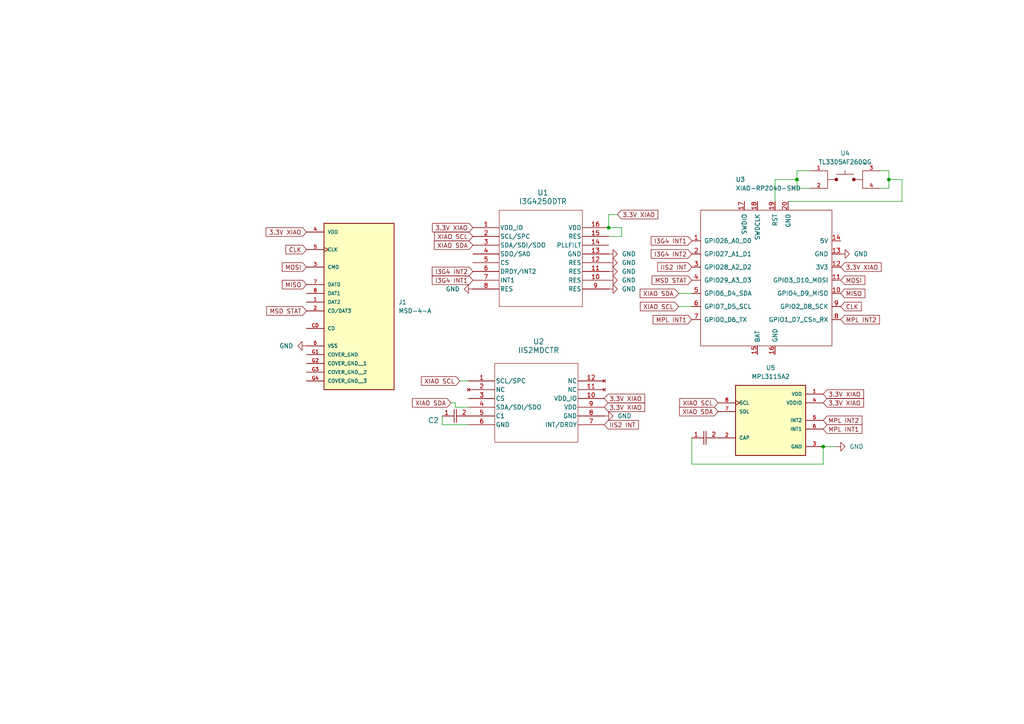
<source format=kicad_sch>
(kicad_sch
	(version 20241209)
	(generator "eeschema")
	(generator_version "8.99")
	(uuid "8e346f68-974f-4ac2-9553-00b188760eae")
	(paper "A4")
	(title_block
		(title "Odyssey")
		(date "4/23/2025")
		(company "Hack Club")
		(comment 1 "apex.hackclub.com")
	)
	(lib_symbols
		(symbol "CAP:0402B104K160CT"
			(pin_names
				(offset 0.254)
			)
			(exclude_from_sim no)
			(in_bom yes)
			(on_board yes)
			(property "Reference" "C"
				(at 3.81 3.81 0)
				(effects
					(font
						(size 1.524 1.524)
					)
				)
			)
			(property "Value" "0402B104K160CT"
				(at 3.81 -3.81 0)
				(effects
					(font
						(size 1.524 1.524)
					)
				)
			)
			(property "Footprint" "CAP_0402_N_WAL"
				(at 0 0 0)
				(effects
					(font
						(size 1.27 1.27)
						(italic yes)
					)
					(hide yes)
				)
			)
			(property "Datasheet" "0402B104K160CT"
				(at 0 0 0)
				(effects
					(font
						(size 1.27 1.27)
						(italic yes)
					)
					(hide yes)
				)
			)
			(property "Description" ""
				(at 0 0 0)
				(effects
					(font
						(size 1.27 1.27)
					)
					(hide yes)
				)
			)
			(property "ki_locked" ""
				(at 0 0 0)
				(effects
					(font
						(size 1.27 1.27)
					)
				)
			)
			(property "ki_keywords" "0402B104K160CT"
				(at 0 0 0)
				(effects
					(font
						(size 1.27 1.27)
					)
					(hide yes)
				)
			)
			(property "ki_fp_filters" "CAP_0402_N_WAL CAP_0402_N_WAL-M CAP_0402_N_WAL-L"
				(at 0 0 0)
				(effects
					(font
						(size 1.27 1.27)
					)
					(hide yes)
				)
			)
			(symbol "0402B104K160CT_1_1"
				(polyline
					(pts
						(xy 2.54 0) (xy 3.4798 0)
					)
					(stroke
						(width 0.2032)
						(type default)
					)
					(fill
						(type none)
					)
				)
				(polyline
					(pts
						(xy 3.4798 -1.905) (xy 3.4798 1.905)
					)
					(stroke
						(width 0.2032)
						(type default)
					)
					(fill
						(type none)
					)
				)
				(polyline
					(pts
						(xy 4.1148 0) (xy 5.08 0)
					)
					(stroke
						(width 0.2032)
						(type default)
					)
					(fill
						(type none)
					)
				)
				(polyline
					(pts
						(xy 4.1148 -1.905) (xy 4.1148 1.905)
					)
					(stroke
						(width 0.2032)
						(type default)
					)
					(fill
						(type none)
					)
				)
				(pin unspecified line
					(at 0 0 0)
					(length 2.54)
					(name ""
						(effects
							(font
								(size 1.27 1.27)
							)
						)
					)
					(number "1"
						(effects
							(font
								(size 1.27 1.27)
							)
						)
					)
				)
				(pin unspecified line
					(at 7.62 0 180)
					(length 2.54)
					(name ""
						(effects
							(font
								(size 1.27 1.27)
							)
						)
					)
					(number "2"
						(effects
							(font
								(size 1.27 1.27)
							)
						)
					)
				)
			)
			(symbol "0402B104K160CT_1_2"
				(polyline
					(pts
						(xy -1.905 -3.4798) (xy 1.905 -3.4798)
					)
					(stroke
						(width 0.2032)
						(type default)
					)
					(fill
						(type none)
					)
				)
				(polyline
					(pts
						(xy -1.905 -4.1148) (xy 1.905 -4.1148)
					)
					(stroke
						(width 0.2032)
						(type default)
					)
					(fill
						(type none)
					)
				)
				(polyline
					(pts
						(xy 0 -2.54) (xy 0 -3.4798)
					)
					(stroke
						(width 0.2032)
						(type default)
					)
					(fill
						(type none)
					)
				)
				(polyline
					(pts
						(xy 0 -4.1148) (xy 0 -5.08)
					)
					(stroke
						(width 0.2032)
						(type default)
					)
					(fill
						(type none)
					)
				)
				(pin unspecified line
					(at 0 0 270)
					(length 2.54)
					(name ""
						(effects
							(font
								(size 1.27 1.27)
							)
						)
					)
					(number "1"
						(effects
							(font
								(size 1.27 1.27)
							)
						)
					)
				)
				(pin unspecified line
					(at 0 -7.62 90)
					(length 2.54)
					(name ""
						(effects
							(font
								(size 1.27 1.27)
							)
						)
					)
					(number "2"
						(effects
							(font
								(size 1.27 1.27)
							)
						)
					)
				)
			)
			(embedded_fonts no)
		)
		(symbol "I3G4250DTR:I3G4250DTR"
			(pin_names
				(offset 0.254)
			)
			(exclude_from_sim no)
			(in_bom yes)
			(on_board yes)
			(property "Reference" "U1"
				(at 30.48 10.16 0)
				(effects
					(font
						(size 1.524 1.524)
					)
				)
			)
			(property "Value" "I3G4250DTR"
				(at 30.48 7.62 0)
				(effects
					(font
						(size 1.524 1.524)
					)
				)
			)
			(property "Footprint" "footprints:LGA-16_4X4X1_STM"
				(at 0 0 0)
				(effects
					(font
						(size 1.27 1.27)
						(italic yes)
					)
					(hide yes)
				)
			)
			(property "Datasheet" "I3G4250DTR"
				(at 0 0 0)
				(effects
					(font
						(size 1.27 1.27)
						(italic yes)
					)
					(hide yes)
				)
			)
			(property "Description" ""
				(at 0 0 0)
				(effects
					(font
						(size 1.27 1.27)
					)
					(hide yes)
				)
			)
			(property "ki_locked" ""
				(at 0 0 0)
				(effects
					(font
						(size 1.27 1.27)
					)
				)
			)
			(property "ki_keywords" "I3G4250DTR"
				(at 0 0 0)
				(effects
					(font
						(size 1.27 1.27)
					)
					(hide yes)
				)
			)
			(property "ki_fp_filters" "LGA-16_4X4X1_STM LGA-16_4X4X1_STM-M LGA-16_4X4X1_STM-L"
				(at 0 0 0)
				(effects
					(font
						(size 1.27 1.27)
					)
					(hide yes)
				)
			)
			(symbol "I3G4250DTR_0_1"
				(polyline
					(pts
						(xy 7.62 5.08) (xy 7.62 -22.86)
					)
					(stroke
						(width 0.127)
						(type default)
					)
					(fill
						(type none)
					)
				)
				(polyline
					(pts
						(xy 7.62 -22.86) (xy 31.75 -22.86)
					)
					(stroke
						(width 0.127)
						(type default)
					)
					(fill
						(type none)
					)
				)
				(polyline
					(pts
						(xy 31.75 5.08) (xy 7.62 5.08)
					)
					(stroke
						(width 0.127)
						(type default)
					)
					(fill
						(type none)
					)
				)
				(polyline
					(pts
						(xy 31.75 -22.86) (xy 31.75 5.08)
					)
					(stroke
						(width 0.127)
						(type default)
					)
					(fill
						(type none)
					)
				)
				(pin power_in line
					(at 0 0 0)
					(length 7.62)
					(name "VDD_IO"
						(effects
							(font
								(size 1.27 1.27)
							)
						)
					)
					(number "1"
						(effects
							(font
								(size 1.27 1.27)
							)
						)
					)
				)
				(pin unspecified line
					(at 0 -2.54 0)
					(length 7.62)
					(name "SCL/SPC"
						(effects
							(font
								(size 1.27 1.27)
							)
						)
					)
					(number "2"
						(effects
							(font
								(size 1.27 1.27)
							)
						)
					)
				)
				(pin unspecified line
					(at 0 -5.08 0)
					(length 7.62)
					(name "SDA/SDI/SDO"
						(effects
							(font
								(size 1.27 1.27)
							)
						)
					)
					(number "3"
						(effects
							(font
								(size 1.27 1.27)
							)
						)
					)
				)
				(pin unspecified line
					(at 0 -7.62 0)
					(length 7.62)
					(name "SDO/SA0"
						(effects
							(font
								(size 1.27 1.27)
							)
						)
					)
					(number "4"
						(effects
							(font
								(size 1.27 1.27)
							)
						)
					)
				)
				(pin unspecified line
					(at 0 -10.16 0)
					(length 7.62)
					(name "CS"
						(effects
							(font
								(size 1.27 1.27)
							)
						)
					)
					(number "5"
						(effects
							(font
								(size 1.27 1.27)
							)
						)
					)
				)
				(pin unspecified line
					(at 0 -12.7 0)
					(length 7.62)
					(name "DRDY/INT2"
						(effects
							(font
								(size 1.27 1.27)
							)
						)
					)
					(number "6"
						(effects
							(font
								(size 1.27 1.27)
							)
						)
					)
				)
				(pin input line
					(at 0 -15.24 0)
					(length 7.62)
					(name "INT1"
						(effects
							(font
								(size 1.27 1.27)
							)
						)
					)
					(number "7"
						(effects
							(font
								(size 1.27 1.27)
							)
						)
					)
				)
				(pin power_out line
					(at 0 -17.78 0)
					(length 7.62)
					(name "RES"
						(effects
							(font
								(size 1.27 1.27)
							)
						)
					)
					(number "8"
						(effects
							(font
								(size 1.27 1.27)
							)
						)
					)
				)
				(pin power_in line
					(at 39.37 0 180)
					(length 7.62)
					(name "VDD"
						(effects
							(font
								(size 1.27 1.27)
							)
						)
					)
					(number "16"
						(effects
							(font
								(size 1.27 1.27)
							)
						)
					)
				)
				(pin power_in line
					(at 39.37 -2.54 180)
					(length 7.62)
					(name "RES"
						(effects
							(font
								(size 1.27 1.27)
							)
						)
					)
					(number "15"
						(effects
							(font
								(size 1.27 1.27)
							)
						)
					)
				)
				(pin unspecified line
					(at 39.37 -5.08 180)
					(length 7.62)
					(name "PLLFILT"
						(effects
							(font
								(size 1.27 1.27)
							)
						)
					)
					(number "14"
						(effects
							(font
								(size 1.27 1.27)
							)
						)
					)
				)
				(pin power_out line
					(at 39.37 -7.62 180)
					(length 7.62)
					(name "GND"
						(effects
							(font
								(size 1.27 1.27)
							)
						)
					)
					(number "13"
						(effects
							(font
								(size 1.27 1.27)
							)
						)
					)
				)
				(pin power_out line
					(at 39.37 -10.16 180)
					(length 7.62)
					(name "RES"
						(effects
							(font
								(size 1.27 1.27)
							)
						)
					)
					(number "12"
						(effects
							(font
								(size 1.27 1.27)
							)
						)
					)
				)
				(pin power_out line
					(at 39.37 -12.7 180)
					(length 7.62)
					(name "RES"
						(effects
							(font
								(size 1.27 1.27)
							)
						)
					)
					(number "11"
						(effects
							(font
								(size 1.27 1.27)
							)
						)
					)
				)
				(pin power_out line
					(at 39.37 -15.24 180)
					(length 7.62)
					(name "RES"
						(effects
							(font
								(size 1.27 1.27)
							)
						)
					)
					(number "10"
						(effects
							(font
								(size 1.27 1.27)
							)
						)
					)
				)
				(pin power_out line
					(at 39.37 -17.78 180)
					(length 7.62)
					(name "RES"
						(effects
							(font
								(size 1.27 1.27)
							)
						)
					)
					(number "9"
						(effects
							(font
								(size 1.27 1.27)
							)
						)
					)
				)
			)
			(embedded_fonts no)
		)
		(symbol "IIS2MDCTR:IIS2MDCTR"
			(pin_names
				(offset 0.254)
			)
			(exclude_from_sim no)
			(in_bom yes)
			(on_board yes)
			(property "Reference" "U2"
				(at 33.02 10.16 0)
				(effects
					(font
						(size 1.524 1.524)
					)
				)
			)
			(property "Value" "IIS2MDCTR"
				(at 33.02 7.62 0)
				(effects
					(font
						(size 1.524 1.524)
					)
				)
			)
			(property "Footprint" "footprints:LGA-12_2X2X0P7_STM"
				(at 7.366 7.62 0)
				(effects
					(font
						(size 1.27 1.27)
						(italic yes)
					)
					(hide yes)
				)
			)
			(property "Datasheet" "IIS2MDCTR"
				(at 0 0 0)
				(effects
					(font
						(size 1.27 1.27)
						(italic yes)
					)
					(hide yes)
				)
			)
			(property "Description" ""
				(at 0 0 0)
				(effects
					(font
						(size 1.27 1.27)
					)
					(hide yes)
				)
			)
			(property "ki_locked" ""
				(at 0 0 0)
				(effects
					(font
						(size 1.27 1.27)
					)
				)
			)
			(property "ki_keywords" "IIS2MDCTR"
				(at 0 0 0)
				(effects
					(font
						(size 1.27 1.27)
					)
					(hide yes)
				)
			)
			(property "ki_fp_filters" "LGA-12_2X2X0P7_STM LGA-12_2X2X0P7_STM-M LGA-12_2X2X0P7_STM-L"
				(at 0 0 0)
				(effects
					(font
						(size 1.27 1.27)
					)
					(hide yes)
				)
			)
			(symbol "IIS2MDCTR_0_1"
				(polyline
					(pts
						(xy 7.62 5.08) (xy 7.62 -17.78)
					)
					(stroke
						(width 0.127)
						(type default)
					)
					(fill
						(type none)
					)
				)
				(polyline
					(pts
						(xy 7.62 -17.78) (xy 31.75 -17.78)
					)
					(stroke
						(width 0.127)
						(type default)
					)
					(fill
						(type none)
					)
				)
				(polyline
					(pts
						(xy 31.75 5.08) (xy 7.62 5.08)
					)
					(stroke
						(width 0.127)
						(type default)
					)
					(fill
						(type none)
					)
				)
				(polyline
					(pts
						(xy 31.75 -17.78) (xy 31.75 5.08)
					)
					(stroke
						(width 0.127)
						(type default)
					)
					(fill
						(type none)
					)
				)
				(pin bidirectional line
					(at 0 0 0)
					(length 7.62)
					(name "SCL/SPC"
						(effects
							(font
								(size 1.27 1.27)
							)
						)
					)
					(number "1"
						(effects
							(font
								(size 1.27 1.27)
							)
						)
					)
				)
				(pin no_connect line
					(at 0 -2.54 0)
					(length 7.62)
					(name "NC"
						(effects
							(font
								(size 1.27 1.27)
							)
						)
					)
					(number "2"
						(effects
							(font
								(size 1.27 1.27)
							)
						)
					)
				)
				(pin input line
					(at 0 -5.08 0)
					(length 7.62)
					(name "CS"
						(effects
							(font
								(size 1.27 1.27)
							)
						)
					)
					(number "3"
						(effects
							(font
								(size 1.27 1.27)
							)
						)
					)
				)
				(pin bidirectional line
					(at 0 -7.62 0)
					(length 7.62)
					(name "SDA/SDI/SDO"
						(effects
							(font
								(size 1.27 1.27)
							)
						)
					)
					(number "4"
						(effects
							(font
								(size 1.27 1.27)
							)
						)
					)
				)
				(pin unspecified line
					(at 0 -10.16 0)
					(length 7.62)
					(name "C1"
						(effects
							(font
								(size 1.27 1.27)
							)
						)
					)
					(number "5"
						(effects
							(font
								(size 1.27 1.27)
							)
						)
					)
				)
				(pin power_out line
					(at 0 -12.7 0)
					(length 7.62)
					(name "GND"
						(effects
							(font
								(size 1.27 1.27)
							)
						)
					)
					(number "6"
						(effects
							(font
								(size 1.27 1.27)
							)
						)
					)
				)
				(pin no_connect line
					(at 39.37 0 180)
					(length 7.62)
					(name "NC"
						(effects
							(font
								(size 1.27 1.27)
							)
						)
					)
					(number "12"
						(effects
							(font
								(size 1.27 1.27)
							)
						)
					)
				)
				(pin no_connect line
					(at 39.37 -2.54 180)
					(length 7.62)
					(name "NC"
						(effects
							(font
								(size 1.27 1.27)
							)
						)
					)
					(number "11"
						(effects
							(font
								(size 1.27 1.27)
							)
						)
					)
				)
				(pin power_in line
					(at 39.37 -5.08 180)
					(length 7.62)
					(name "VDD_IO"
						(effects
							(font
								(size 1.27 1.27)
							)
						)
					)
					(number "10"
						(effects
							(font
								(size 1.27 1.27)
							)
						)
					)
				)
				(pin power_in line
					(at 39.37 -7.62 180)
					(length 7.62)
					(name "VDD"
						(effects
							(font
								(size 1.27 1.27)
							)
						)
					)
					(number "9"
						(effects
							(font
								(size 1.27 1.27)
							)
						)
					)
				)
				(pin power_out line
					(at 39.37 -10.16 180)
					(length 7.62)
					(name "GND"
						(effects
							(font
								(size 1.27 1.27)
							)
						)
					)
					(number "8"
						(effects
							(font
								(size 1.27 1.27)
							)
						)
					)
				)
				(pin output line
					(at 39.37 -12.7 180)
					(length 7.62)
					(name "INT/DRDY"
						(effects
							(font
								(size 1.27 1.27)
							)
						)
					)
					(number "7"
						(effects
							(font
								(size 1.27 1.27)
							)
						)
					)
				)
			)
			(embedded_fonts no)
		)
		(symbol "MPL3115A2:MPL3115A2"
			(pin_names
				(offset 1.016)
			)
			(exclude_from_sim no)
			(in_bom yes)
			(on_board yes)
			(property "Reference" "U"
				(at -9.6599 10.931 0)
				(effects
					(font
						(size 1.27 1.27)
					)
					(justify left bottom)
				)
			)
			(property "Value" "MPL3115A2"
				(at -9.9153 -11.9492 0)
				(effects
					(font
						(size 1.27 1.27)
					)
					(justify left bottom)
				)
			)
			(property "Footprint" "MPL3115A2:PSON125P300X500X120-8N"
				(at 0 0 0)
				(effects
					(font
						(size 1.27 1.27)
					)
					(justify bottom)
					(hide yes)
				)
			)
			(property "Datasheet" ""
				(at 0 0 0)
				(effects
					(font
						(size 1.27 1.27)
					)
					(hide yes)
				)
			)
			(property "Description" ""
				(at 0 0 0)
				(effects
					(font
						(size 1.27 1.27)
					)
					(hide yes)
				)
			)
			(property "MF" "NXP Semiconductors"
				(at 0 0 0)
				(effects
					(font
						(size 1.27 1.27)
					)
					(justify bottom)
					(hide yes)
				)
			)
			(property "Description_1" "Pressure Sensor 7.25PSI ~ 15.95PSI (50kPa ~ 110kPa) Absolute - 24 b 8-TLGA"
				(at 0 0 0)
				(effects
					(font
						(size 1.27 1.27)
					)
					(justify bottom)
					(hide yes)
				)
			)
			(property "Package" "TLGA-8 NXP Semiconductors"
				(at 0 0 0)
				(effects
					(font
						(size 1.27 1.27)
					)
					(justify bottom)
					(hide yes)
				)
			)
			(property "Price" "None"
				(at 0 0 0)
				(effects
					(font
						(size 1.27 1.27)
					)
					(justify bottom)
					(hide yes)
				)
			)
			(property "Check_prices" "https://www.snapeda.com/parts/MPL3115A2/NXP+Semiconductors/view-part/?ref=eda"
				(at 0 0 0)
				(effects
					(font
						(size 1.27 1.27)
					)
					(justify bottom)
					(hide yes)
				)
			)
			(property "SnapEDA_Link" "https://www.snapeda.com/parts/MPL3115A2/NXP+Semiconductors/view-part/?ref=snap"
				(at 0 0 0)
				(effects
					(font
						(size 1.27 1.27)
					)
					(justify bottom)
					(hide yes)
				)
			)
			(property "MP" "MPL3115A2"
				(at 0 0 0)
				(effects
					(font
						(size 1.27 1.27)
					)
					(justify bottom)
					(hide yes)
				)
			)
			(property "Availability" "In Stock"
				(at 0 0 0)
				(effects
					(font
						(size 1.27 1.27)
					)
					(justify bottom)
					(hide yes)
				)
			)
			(property "MANUFACTURER" "Freescale Semiconductor"
				(at 0 0 0)
				(effects
					(font
						(size 1.27 1.27)
					)
					(justify bottom)
					(hide yes)
				)
			)
			(symbol "MPL3115A2_0_0"
				(rectangle
					(start -10.16 -10.16)
					(end 10.16 10.16)
					(stroke
						(width 0.254)
						(type default)
					)
					(fill
						(type background)
					)
				)
				(pin input clock
					(at -15.24 5.08 0)
					(length 5.08)
					(name "SCL"
						(effects
							(font
								(size 1.016 1.016)
							)
						)
					)
					(number "8"
						(effects
							(font
								(size 1.016 1.016)
							)
						)
					)
				)
				(pin bidirectional line
					(at -15.24 2.54 0)
					(length 5.08)
					(name "SDL"
						(effects
							(font
								(size 1.016 1.016)
							)
						)
					)
					(number "7"
						(effects
							(font
								(size 1.016 1.016)
							)
						)
					)
				)
				(pin bidirectional line
					(at -15.24 -5.08 0)
					(length 5.08)
					(name "CAP"
						(effects
							(font
								(size 1.016 1.016)
							)
						)
					)
					(number "2"
						(effects
							(font
								(size 1.016 1.016)
							)
						)
					)
				)
				(pin power_in line
					(at 15.24 7.62 180)
					(length 5.08)
					(name "VDD"
						(effects
							(font
								(size 1.016 1.016)
							)
						)
					)
					(number "1"
						(effects
							(font
								(size 1.016 1.016)
							)
						)
					)
				)
				(pin power_in line
					(at 15.24 5.08 180)
					(length 5.08)
					(name "VDDIO"
						(effects
							(font
								(size 1.016 1.016)
							)
						)
					)
					(number "4"
						(effects
							(font
								(size 1.016 1.016)
							)
						)
					)
				)
				(pin output line
					(at 15.24 0 180)
					(length 5.08)
					(name "INT2"
						(effects
							(font
								(size 1.016 1.016)
							)
						)
					)
					(number "5"
						(effects
							(font
								(size 1.016 1.016)
							)
						)
					)
				)
				(pin output line
					(at 15.24 -2.54 180)
					(length 5.08)
					(name "INT1"
						(effects
							(font
								(size 1.016 1.016)
							)
						)
					)
					(number "6"
						(effects
							(font
								(size 1.016 1.016)
							)
						)
					)
				)
				(pin power_in line
					(at 15.24 -7.62 180)
					(length 5.08)
					(name "GND"
						(effects
							(font
								(size 1.016 1.016)
							)
						)
					)
					(number "3"
						(effects
							(font
								(size 1.016 1.016)
							)
						)
					)
				)
			)
			(embedded_fonts no)
		)
		(symbol "MSD-4-A:MSD-4-A"
			(pin_names
				(offset 1.016)
			)
			(exclude_from_sim no)
			(in_bom yes)
			(on_board yes)
			(property "Reference" "J"
				(at -10.16 21.082 0)
				(effects
					(font
						(size 1.27 1.27)
					)
					(justify left bottom)
				)
			)
			(property "Value" "MSD-4-A"
				(at -10.16 -30.48 0)
				(effects
					(font
						(size 1.27 1.27)
					)
					(justify left bottom)
				)
			)
			(property "Footprint" "MSD-4-A:CUI_MSD-4-A"
				(at 0 0 0)
				(effects
					(font
						(size 1.27 1.27)
					)
					(justify bottom)
					(hide yes)
				)
			)
			(property "Datasheet" ""
				(at 0 0 0)
				(effects
					(font
						(size 1.27 1.27)
					)
					(hide yes)
				)
			)
			(property "Description" ""
				(at 0 0 0)
				(effects
					(font
						(size 1.27 1.27)
					)
					(hide yes)
				)
			)
			(property "PARTREV" "1.0"
				(at 0 0 0)
				(effects
					(font
						(size 1.27 1.27)
					)
					(justify bottom)
					(hide yes)
				)
			)
			(property "STANDARD" "Manufacturer Recommendations"
				(at 0 0 0)
				(effects
					(font
						(size 1.27 1.27)
					)
					(justify bottom)
					(hide yes)
				)
			)
			(property "MAXIMUM_PACKAGE_HEIGHT" "2.00mm"
				(at 0 0 0)
				(effects
					(font
						(size 1.27 1.27)
					)
					(justify bottom)
					(hide yes)
				)
			)
			(property "MANUFACTURER" "CUI Devices"
				(at 0 0 0)
				(effects
					(font
						(size 1.27 1.27)
					)
					(justify bottom)
					(hide yes)
				)
			)
			(symbol "MSD-4-A_0_0"
				(rectangle
					(start -10.16 -27.94)
					(end 10.16 20.32)
					(stroke
						(width 0.254)
						(type default)
					)
					(fill
						(type background)
					)
				)
				(pin power_in line
					(at -15.24 17.78 0)
					(length 5.08)
					(name "VDD"
						(effects
							(font
								(size 1.016 1.016)
							)
						)
					)
					(number "4"
						(effects
							(font
								(size 1.016 1.016)
							)
						)
					)
				)
				(pin input clock
					(at -15.24 12.7 0)
					(length 5.08)
					(name "CLK"
						(effects
							(font
								(size 1.016 1.016)
							)
						)
					)
					(number "5"
						(effects
							(font
								(size 1.016 1.016)
							)
						)
					)
				)
				(pin bidirectional line
					(at -15.24 7.62 0)
					(length 5.08)
					(name "CMD"
						(effects
							(font
								(size 1.016 1.016)
							)
						)
					)
					(number "3"
						(effects
							(font
								(size 1.016 1.016)
							)
						)
					)
				)
				(pin bidirectional line
					(at -15.24 2.54 0)
					(length 5.08)
					(name "DAT0"
						(effects
							(font
								(size 1.016 1.016)
							)
						)
					)
					(number "7"
						(effects
							(font
								(size 1.016 1.016)
							)
						)
					)
				)
				(pin bidirectional line
					(at -15.24 0 0)
					(length 5.08)
					(name "DAT1"
						(effects
							(font
								(size 1.016 1.016)
							)
						)
					)
					(number "8"
						(effects
							(font
								(size 1.016 1.016)
							)
						)
					)
				)
				(pin bidirectional line
					(at -15.24 -2.54 0)
					(length 5.08)
					(name "DAT2"
						(effects
							(font
								(size 1.016 1.016)
							)
						)
					)
					(number "1"
						(effects
							(font
								(size 1.016 1.016)
							)
						)
					)
				)
				(pin bidirectional line
					(at -15.24 -5.08 0)
					(length 5.08)
					(name "CD/DAT3"
						(effects
							(font
								(size 1.016 1.016)
							)
						)
					)
					(number "2"
						(effects
							(font
								(size 1.016 1.016)
							)
						)
					)
				)
				(pin passive line
					(at -15.24 -10.16 0)
					(length 5.08)
					(name "CD"
						(effects
							(font
								(size 1.016 1.016)
							)
						)
					)
					(number "CD"
						(effects
							(font
								(size 1.016 1.016)
							)
						)
					)
				)
				(pin power_in line
					(at -15.24 -15.24 0)
					(length 5.08)
					(name "VSS"
						(effects
							(font
								(size 1.016 1.016)
							)
						)
					)
					(number "6"
						(effects
							(font
								(size 1.016 1.016)
							)
						)
					)
				)
				(pin power_in line
					(at -15.24 -17.78 0)
					(length 5.08)
					(name "COVER_GND"
						(effects
							(font
								(size 1.016 1.016)
							)
						)
					)
					(number "G1"
						(effects
							(font
								(size 1.016 1.016)
							)
						)
					)
				)
				(pin power_in line
					(at -15.24 -20.32 0)
					(length 5.08)
					(name "COVER_GND__1"
						(effects
							(font
								(size 1.016 1.016)
							)
						)
					)
					(number "G2"
						(effects
							(font
								(size 1.016 1.016)
							)
						)
					)
				)
				(pin power_in line
					(at -15.24 -22.86 0)
					(length 5.08)
					(name "COVER_GND__2"
						(effects
							(font
								(size 1.016 1.016)
							)
						)
					)
					(number "G3"
						(effects
							(font
								(size 1.016 1.016)
							)
						)
					)
				)
				(pin power_in line
					(at -15.24 -25.4 0)
					(length 5.08)
					(name "COVER_GND__3"
						(effects
							(font
								(size 1.016 1.016)
							)
						)
					)
					(number "G4"
						(effects
							(font
								(size 1.016 1.016)
							)
						)
					)
				)
			)
			(embedded_fonts no)
		)
		(symbol "Seeed_Studio_XIAO_Series:XIAO-RP2040-SMD"
			(pin_names
				(offset 1.016)
			)
			(exclude_from_sim no)
			(in_bom yes)
			(on_board yes)
			(property "Reference" "U"
				(at -18.542 23.114 0)
				(effects
					(font
						(size 1.27 1.27)
					)
				)
			)
			(property "Value" "XIAO-RP2040-SMD"
				(at -8.382 21.336 0)
				(effects
					(font
						(size 1.27 1.27)
					)
				)
			)
			(property "Footprint" ""
				(at -8.89 5.08 0)
				(effects
					(font
						(size 1.27 1.27)
					)
					(hide yes)
				)
			)
			(property "Datasheet" ""
				(at -8.89 5.08 0)
				(effects
					(font
						(size 1.27 1.27)
					)
					(hide yes)
				)
			)
			(property "Description" ""
				(at 0 0 0)
				(effects
					(font
						(size 1.27 1.27)
					)
					(hide yes)
				)
			)
			(symbol "XIAO-RP2040-SMD_0_1"
				(rectangle
					(start 19.05 -19.05)
					(end -19.05 20.32)
					(stroke
						(width 0)
						(type default)
					)
					(fill
						(type none)
					)
				)
			)
			(symbol "XIAO-RP2040-SMD_1_1"
				(pin passive line
					(at -21.59 11.43 0)
					(length 2.54)
					(name "GPIO26_A0_D0"
						(effects
							(font
								(size 1.27 1.27)
							)
						)
					)
					(number "1"
						(effects
							(font
								(size 1.27 1.27)
							)
						)
					)
				)
				(pin passive line
					(at -21.59 7.62 0)
					(length 2.54)
					(name "GPIO27_A1_D1"
						(effects
							(font
								(size 1.27 1.27)
							)
						)
					)
					(number "2"
						(effects
							(font
								(size 1.27 1.27)
							)
						)
					)
				)
				(pin passive line
					(at -21.59 3.81 0)
					(length 2.54)
					(name "GPIO28_A2_D2"
						(effects
							(font
								(size 1.27 1.27)
							)
						)
					)
					(number "3"
						(effects
							(font
								(size 1.27 1.27)
							)
						)
					)
				)
				(pin passive line
					(at -21.59 0 0)
					(length 2.54)
					(name "GPIO29_A3_D3"
						(effects
							(font
								(size 1.27 1.27)
							)
						)
					)
					(number "4"
						(effects
							(font
								(size 1.27 1.27)
							)
						)
					)
				)
				(pin passive line
					(at -21.59 -3.81 0)
					(length 2.54)
					(name "GPIO6_D4_SDA"
						(effects
							(font
								(size 1.27 1.27)
							)
						)
					)
					(number "5"
						(effects
							(font
								(size 1.27 1.27)
							)
						)
					)
				)
				(pin passive line
					(at -21.59 -7.62 0)
					(length 2.54)
					(name "GPIO7_D5_SCL"
						(effects
							(font
								(size 1.27 1.27)
							)
						)
					)
					(number "6"
						(effects
							(font
								(size 1.27 1.27)
							)
						)
					)
				)
				(pin passive line
					(at -21.59 -11.43 0)
					(length 2.54)
					(name "GPIO0_D6_TX"
						(effects
							(font
								(size 1.27 1.27)
							)
						)
					)
					(number "7"
						(effects
							(font
								(size 1.27 1.27)
							)
						)
					)
				)
				(pin passive line
					(at -6.35 22.86 270)
					(length 2.54)
					(name "SWDIO"
						(effects
							(font
								(size 1.27 1.27)
							)
						)
					)
					(number "17"
						(effects
							(font
								(size 1.27 1.27)
							)
						)
					)
				)
				(pin passive line
					(at -2.54 22.86 270)
					(length 2.54)
					(name "SWDCLK"
						(effects
							(font
								(size 1.27 1.27)
							)
						)
					)
					(number "18"
						(effects
							(font
								(size 1.27 1.27)
							)
						)
					)
				)
				(pin passive line
					(at -2.54 -21.59 90)
					(length 2.54)
					(name "BAT"
						(effects
							(font
								(size 1.27 1.27)
							)
						)
					)
					(number "15"
						(effects
							(font
								(size 1.27 1.27)
							)
						)
					)
				)
				(pin passive line
					(at 2.54 22.86 270)
					(length 2.54)
					(name "RST"
						(effects
							(font
								(size 1.27 1.27)
							)
						)
					)
					(number "19"
						(effects
							(font
								(size 1.27 1.27)
							)
						)
					)
				)
				(pin passive line
					(at 2.54 -21.59 90)
					(length 2.54)
					(name "GND"
						(effects
							(font
								(size 1.27 1.27)
							)
						)
					)
					(number "16"
						(effects
							(font
								(size 1.27 1.27)
							)
						)
					)
				)
				(pin passive line
					(at 6.35 22.86 270)
					(length 2.54)
					(name "GND"
						(effects
							(font
								(size 1.27 1.27)
							)
						)
					)
					(number "20"
						(effects
							(font
								(size 1.27 1.27)
							)
						)
					)
				)
				(pin passive line
					(at 21.59 11.43 180)
					(length 2.54)
					(name "5V"
						(effects
							(font
								(size 1.27 1.27)
							)
						)
					)
					(number "14"
						(effects
							(font
								(size 1.27 1.27)
							)
						)
					)
				)
				(pin passive line
					(at 21.59 7.62 180)
					(length 2.54)
					(name "GND"
						(effects
							(font
								(size 1.27 1.27)
							)
						)
					)
					(number "13"
						(effects
							(font
								(size 1.27 1.27)
							)
						)
					)
				)
				(pin passive line
					(at 21.59 3.81 180)
					(length 2.54)
					(name "3V3"
						(effects
							(font
								(size 1.27 1.27)
							)
						)
					)
					(number "12"
						(effects
							(font
								(size 1.27 1.27)
							)
						)
					)
				)
				(pin passive line
					(at 21.59 0 180)
					(length 2.54)
					(name "GPIO3_D10_MOSI"
						(effects
							(font
								(size 1.27 1.27)
							)
						)
					)
					(number "11"
						(effects
							(font
								(size 1.27 1.27)
							)
						)
					)
				)
				(pin passive line
					(at 21.59 -3.81 180)
					(length 2.54)
					(name "GPIO4_D9_MISO"
						(effects
							(font
								(size 1.27 1.27)
							)
						)
					)
					(number "10"
						(effects
							(font
								(size 1.27 1.27)
							)
						)
					)
				)
				(pin passive line
					(at 21.59 -7.62 180)
					(length 2.54)
					(name "GPIO2_D8_SCK"
						(effects
							(font
								(size 1.27 1.27)
							)
						)
					)
					(number "9"
						(effects
							(font
								(size 1.27 1.27)
							)
						)
					)
				)
				(pin passive line
					(at 21.59 -11.43 180)
					(length 2.54)
					(name "GPIO1_D7_CSn_RX"
						(effects
							(font
								(size 1.27 1.27)
							)
						)
					)
					(number "8"
						(effects
							(font
								(size 1.27 1.27)
							)
						)
					)
				)
			)
			(embedded_fonts no)
		)
		(symbol "TL3305AF260QG:TL3305AF260QG"
			(pin_names
				(offset 1.016)
			)
			(exclude_from_sim no)
			(in_bom yes)
			(on_board yes)
			(property "Reference" "U"
				(at -5.08 5.08 0)
				(effects
					(font
						(size 1.27 1.27)
					)
					(justify left bottom)
				)
			)
			(property "Value" "TL3305AF260QG"
				(at -5.08 -5.08 0)
				(effects
					(font
						(size 1.27 1.27)
					)
					(justify left bottom)
				)
			)
			(property "Footprint" "TL3305AF260QG:SW_TL3305AF260QG"
				(at 0 0 0)
				(effects
					(font
						(size 1.27 1.27)
					)
					(justify bottom)
					(hide yes)
				)
			)
			(property "Datasheet" ""
				(at 0 0 0)
				(effects
					(font
						(size 1.27 1.27)
					)
					(hide yes)
				)
			)
			(property "Description" ""
				(at 0 0 0)
				(effects
					(font
						(size 1.27 1.27)
					)
					(hide yes)
				)
			)
			(property "MF" "E-Switch"
				(at 0 0 0)
				(effects
					(font
						(size 1.27 1.27)
					)
					(justify bottom)
					(hide yes)
				)
			)
			(property "MAXIMUM_PACKAGE_HEIGHT" "3.8mm"
				(at 0 0 0)
				(effects
					(font
						(size 1.27 1.27)
					)
					(justify bottom)
					(hide yes)
				)
			)
			(property "Package" "SMD-4 E-Switch"
				(at 0 0 0)
				(effects
					(font
						(size 1.27 1.27)
					)
					(justify bottom)
					(hide yes)
				)
			)
			(property "Price" "None"
				(at 0 0 0)
				(effects
					(font
						(size 1.27 1.27)
					)
					(justify bottom)
					(hide yes)
				)
			)
			(property "Check_prices" "https://www.snapeda.com/parts/TL3305AF260QG/E-Switch/view-part/?ref=eda"
				(at 0 0 0)
				(effects
					(font
						(size 1.27 1.27)
					)
					(justify bottom)
					(hide yes)
				)
			)
			(property "STANDARD" "Manufacturer recommendations"
				(at 0 0 0)
				(effects
					(font
						(size 1.27 1.27)
					)
					(justify bottom)
					(hide yes)
				)
			)
			(property "PARTREV" "C"
				(at 0 0 0)
				(effects
					(font
						(size 1.27 1.27)
					)
					(justify bottom)
					(hide yes)
				)
			)
			(property "SnapEDA_Link" "https://www.snapeda.com/parts/TL3305AF260QG/E-Switch/view-part/?ref=snap"
				(at 0 0 0)
				(effects
					(font
						(size 1.27 1.27)
					)
					(justify bottom)
					(hide yes)
				)
			)
			(property "MP" "TL3305AF260QG"
				(at 0 0 0)
				(effects
					(font
						(size 1.27 1.27)
					)
					(justify bottom)
					(hide yes)
				)
			)
			(property "Description_1" "Tactile Switch SPST-NO Top Actuated Surface Mount"
				(at 0 0 0)
				(effects
					(font
						(size 1.27 1.27)
					)
					(justify bottom)
					(hide yes)
				)
			)
			(property "Availability" "In Stock"
				(at 0 0 0)
				(effects
					(font
						(size 1.27 1.27)
					)
					(justify bottom)
					(hide yes)
				)
			)
			(property "MANUFACTURER" "E-Switch"
				(at 0 0 0)
				(effects
					(font
						(size 1.27 1.27)
					)
					(justify bottom)
					(hide yes)
				)
			)
			(symbol "TL3305AF260QG_0_0"
				(polyline
					(pts
						(xy -5.08 2.54) (xy -5.08 -2.54)
					)
					(stroke
						(width 0.1524)
						(type default)
					)
					(fill
						(type none)
					)
				)
				(polyline
					(pts
						(xy -5.08 0) (xy -2.54 0)
					)
					(stroke
						(width 0.1524)
						(type default)
					)
					(fill
						(type none)
					)
				)
				(polyline
					(pts
						(xy -2.54 1.524) (xy 0 1.524)
					)
					(stroke
						(width 0.1524)
						(type default)
					)
					(fill
						(type none)
					)
				)
				(circle
					(center -2.54 0)
					(radius 0.254)
					(stroke
						(width 0.508)
						(type default)
					)
					(fill
						(type none)
					)
				)
				(polyline
					(pts
						(xy 0 2.54) (xy 0 1.524)
					)
					(stroke
						(width 0.1524)
						(type default)
					)
					(fill
						(type none)
					)
				)
				(polyline
					(pts
						(xy 0 1.524) (xy 2.54 1.524)
					)
					(stroke
						(width 0.1524)
						(type default)
					)
					(fill
						(type none)
					)
				)
				(circle
					(center 2.54 0)
					(radius 0.254)
					(stroke
						(width 0.508)
						(type default)
					)
					(fill
						(type none)
					)
				)
				(polyline
					(pts
						(xy 5.08 2.54) (xy 5.08 -2.54)
					)
					(stroke
						(width 0.1524)
						(type default)
					)
					(fill
						(type none)
					)
				)
				(polyline
					(pts
						(xy 5.08 0) (xy 2.54 0)
					)
					(stroke
						(width 0.1524)
						(type default)
					)
					(fill
						(type none)
					)
				)
				(pin passive line
					(at -10.16 2.54 0)
					(length 5.08)
					(name "~"
						(effects
							(font
								(size 1.016 1.016)
							)
						)
					)
					(number "1"
						(effects
							(font
								(size 1.016 1.016)
							)
						)
					)
				)
				(pin passive line
					(at -10.16 -2.54 0)
					(length 5.08)
					(name "~"
						(effects
							(font
								(size 1.016 1.016)
							)
						)
					)
					(number "2"
						(effects
							(font
								(size 1.016 1.016)
							)
						)
					)
				)
				(pin passive line
					(at 10.16 2.54 180)
					(length 5.08)
					(name "~"
						(effects
							(font
								(size 1.016 1.016)
							)
						)
					)
					(number "3"
						(effects
							(font
								(size 1.016 1.016)
							)
						)
					)
				)
				(pin passive line
					(at 10.16 -2.54 180)
					(length 5.08)
					(name "~"
						(effects
							(font
								(size 1.016 1.016)
							)
						)
					)
					(number "4"
						(effects
							(font
								(size 1.016 1.016)
							)
						)
					)
				)
			)
			(embedded_fonts no)
		)
		(symbol "power:GND"
			(power)
			(pin_numbers
				(hide yes)
			)
			(pin_names
				(offset 0)
				(hide yes)
			)
			(exclude_from_sim no)
			(in_bom yes)
			(on_board yes)
			(property "Reference" "#PWR"
				(at 0 -6.35 0)
				(effects
					(font
						(size 1.27 1.27)
					)
					(hide yes)
				)
			)
			(property "Value" "GND"
				(at 0 -3.81 0)
				(effects
					(font
						(size 1.27 1.27)
					)
				)
			)
			(property "Footprint" ""
				(at 0 0 0)
				(effects
					(font
						(size 1.27 1.27)
					)
					(hide yes)
				)
			)
			(property "Datasheet" ""
				(at 0 0 0)
				(effects
					(font
						(size 1.27 1.27)
					)
					(hide yes)
				)
			)
			(property "Description" "Power symbol creates a global label with name \"GND\" , ground"
				(at 0 0 0)
				(effects
					(font
						(size 1.27 1.27)
					)
					(hide yes)
				)
			)
			(property "ki_keywords" "global power"
				(at 0 0 0)
				(effects
					(font
						(size 1.27 1.27)
					)
					(hide yes)
				)
			)
			(symbol "GND_0_1"
				(polyline
					(pts
						(xy 0 0) (xy 0 -1.27) (xy 1.27 -1.27) (xy 0 -2.54) (xy -1.27 -1.27) (xy 0 -1.27)
					)
					(stroke
						(width 0)
						(type default)
					)
					(fill
						(type none)
					)
				)
			)
			(symbol "GND_1_1"
				(pin power_in line
					(at 0 0 270)
					(length 0)
					(name "~"
						(effects
							(font
								(size 1.27 1.27)
							)
						)
					)
					(number "1"
						(effects
							(font
								(size 1.27 1.27)
							)
						)
					)
				)
			)
			(embedded_fonts no)
		)
	)
	(junction
		(at 176.53 66.04)
		(diameter 0)
		(color 0 0 0 0)
		(uuid "0bf0188a-638b-4eba-b2ec-4af762d5fdc8")
	)
	(junction
		(at 257.81 52.07)
		(diameter 0)
		(color 0 0 0 0)
		(uuid "24508276-9278-406d-9107-f1439f9d01f7")
	)
	(junction
		(at 231.14 52.07)
		(diameter 0)
		(color 0 0 0 0)
		(uuid "47516095-4f81-4a85-bec5-26b313c0d81d")
	)
	(junction
		(at 238.76 129.54)
		(diameter 0)
		(color 0 0 0 0)
		(uuid "60a216bc-aa37-462e-a97e-ffa142a3725c")
	)
	(wire
		(pts
			(xy 242.57 129.54) (xy 238.76 129.54)
		)
		(stroke
			(width 0)
			(type default)
		)
		(uuid "04465397-6135-42c2-a7bd-bc55eb684775")
	)
	(wire
		(pts
			(xy 179.07 62.23) (xy 176.53 62.23)
		)
		(stroke
			(width 0)
			(type default)
		)
		(uuid "17de3040-4659-44d6-b0fd-14fb5aca0a7b")
	)
	(wire
		(pts
			(xy 231.14 52.07) (xy 231.14 49.53)
		)
		(stroke
			(width 0)
			(type default)
		)
		(uuid "1b05ff54-b82d-4631-a44b-e7f80dd10475")
	)
	(wire
		(pts
			(xy 257.81 52.07) (xy 257.81 49.53)
		)
		(stroke
			(width 0)
			(type default)
		)
		(uuid "1e57586b-3956-4c27-adfa-3e8ad3a8d187")
	)
	(wire
		(pts
			(xy 128.27 123.19) (xy 128.27 120.65)
		)
		(stroke
			(width 0)
			(type default)
		)
		(uuid "20fa14f0-471c-43d3-9ca5-15c25b02666e")
	)
	(wire
		(pts
			(xy 231.14 52.07) (xy 231.14 54.61)
		)
		(stroke
			(width 0)
			(type default)
		)
		(uuid "2238a228-37ab-4f06-a34f-5c292b807bba")
	)
	(wire
		(pts
			(xy 200.66 134.62) (xy 238.76 134.62)
		)
		(stroke
			(width 0)
			(type default)
		)
		(uuid "2314d4c9-a1e3-4f26-b73c-0b72baa429f3")
	)
	(wire
		(pts
			(xy 257.81 54.61) (xy 255.27 54.61)
		)
		(stroke
			(width 0)
			(type default)
		)
		(uuid "487ca3af-8388-41f7-a47a-66add72217a6")
	)
	(wire
		(pts
			(xy 176.53 66.04) (xy 180.34 66.04)
		)
		(stroke
			(width 0)
			(type default)
		)
		(uuid "48d6cd31-09e3-433c-9c05-59b8ab2e99aa")
	)
	(wire
		(pts
			(xy 176.53 62.23) (xy 176.53 66.04)
		)
		(stroke
			(width 0)
			(type default)
		)
		(uuid "4dbffd4f-c2ea-4cb8-8ff6-bdbbeea01223")
	)
	(wire
		(pts
			(xy 224.79 58.42) (xy 224.79 52.07)
		)
		(stroke
			(width 0)
			(type default)
		)
		(uuid "522e51bb-b186-4d70-beda-b1f7a2c0eecc")
	)
	(wire
		(pts
			(xy 135.89 110.49) (xy 133.35 110.49)
		)
		(stroke
			(width 0)
			(type default)
		)
		(uuid "5511539b-ebe7-43ac-abfa-094d9849c172")
	)
	(wire
		(pts
			(xy 132.08 116.84) (xy 132.08 118.11)
		)
		(stroke
			(width 0)
			(type default)
		)
		(uuid "564953ea-64c0-4938-aaa1-d31a45fd9fcc")
	)
	(wire
		(pts
			(xy 135.89 123.19) (xy 128.27 123.19)
		)
		(stroke
			(width 0)
			(type default)
		)
		(uuid "59c979dc-2047-4f2f-b1ef-adc335cc63a5")
	)
	(wire
		(pts
			(xy 238.76 134.62) (xy 238.76 129.54)
		)
		(stroke
			(width 0)
			(type default)
		)
		(uuid "5ba20f77-0084-436e-abbb-569e7c1f05bb")
	)
	(wire
		(pts
			(xy 196.85 85.09) (xy 200.66 85.09)
		)
		(stroke
			(width 0)
			(type default)
		)
		(uuid "6bbeb2f7-ef92-4d55-9f51-c743fcb15b22")
	)
	(wire
		(pts
			(xy 231.14 49.53) (xy 234.95 49.53)
		)
		(stroke
			(width 0)
			(type default)
		)
		(uuid "7b8f930c-d24f-4ded-a804-90bf2c3b7359")
	)
	(wire
		(pts
			(xy 200.66 127) (xy 200.66 134.62)
		)
		(stroke
			(width 0)
			(type default)
		)
		(uuid "88c198dd-a891-417b-a33e-bf78cabd4449")
	)
	(wire
		(pts
			(xy 224.79 52.07) (xy 231.14 52.07)
		)
		(stroke
			(width 0)
			(type default)
		)
		(uuid "95c03735-f0df-4772-87c0-3b1eea952c6d")
	)
	(wire
		(pts
			(xy 196.85 88.9) (xy 200.66 88.9)
		)
		(stroke
			(width 0)
			(type default)
		)
		(uuid "a67a9b6f-b3bf-4264-9b5d-7f3e1e9d9ce2")
	)
	(wire
		(pts
			(xy 176.53 68.58) (xy 180.34 68.58)
		)
		(stroke
			(width 0)
			(type default)
		)
		(uuid "b3e7bada-0fb4-4f9b-a8aa-463082aeed3d")
	)
	(wire
		(pts
			(xy 261.62 58.42) (xy 261.62 52.07)
		)
		(stroke
			(width 0)
			(type default)
		)
		(uuid "b741fd5e-d14c-4f86-9583-2fe93689dc00")
	)
	(wire
		(pts
			(xy 257.81 49.53) (xy 255.27 49.53)
		)
		(stroke
			(width 0)
			(type default)
		)
		(uuid "b9ae800d-1072-4fa5-82b9-9876fa5519b2")
	)
	(wire
		(pts
			(xy 228.6 58.42) (xy 261.62 58.42)
		)
		(stroke
			(width 0)
			(type default)
		)
		(uuid "bf07624a-a540-4458-8cd0-12c4bd213448")
	)
	(wire
		(pts
			(xy 231.14 54.61) (xy 234.95 54.61)
		)
		(stroke
			(width 0)
			(type default)
		)
		(uuid "c76028b2-d1b6-435d-843c-dcad80091a31")
	)
	(wire
		(pts
			(xy 132.08 116.84) (xy 130.81 116.84)
		)
		(stroke
			(width 0)
			(type default)
		)
		(uuid "cbaa67b2-d689-4543-9e97-48ba5e7932c9")
	)
	(wire
		(pts
			(xy 180.34 66.04) (xy 180.34 68.58)
		)
		(stroke
			(width 0)
			(type default)
		)
		(uuid "d198dcf0-648b-45a6-a73f-60a2ebdf0429")
	)
	(wire
		(pts
			(xy 261.62 52.07) (xy 257.81 52.07)
		)
		(stroke
			(width 0)
			(type default)
		)
		(uuid "e119646b-0af4-48fb-9e60-7d7bac7a35cd")
	)
	(wire
		(pts
			(xy 132.08 118.11) (xy 135.89 118.11)
		)
		(stroke
			(width 0)
			(type default)
		)
		(uuid "ed26ba4f-856b-4e02-a3ea-18f26a8feed9")
	)
	(wire
		(pts
			(xy 257.81 52.07) (xy 257.81 54.61)
		)
		(stroke
			(width 0)
			(type default)
		)
		(uuid "f3167005-9261-4a7f-89c0-9b199c0f6d32")
	)
	(global_label "MOSI"
		(shape input)
		(at 88.9 77.47 180)
		(fields_autoplaced yes)
		(effects
			(font
				(size 1.27 1.27)
			)
			(justify right)
		)
		(uuid "0662600b-2a74-43d5-9b89-b7f70f69932d")
		(property "Intersheetrefs" "${INTERSHEET_REFS}"
			(at 81.3186 77.47 0)
			(effects
				(font
					(size 1.27 1.27)
				)
				(justify right)
				(hide yes)
			)
		)
	)
	(global_label "I3G4 INT1"
		(shape input)
		(at 200.66 69.85 180)
		(fields_autoplaced yes)
		(effects
			(font
				(size 1.27 1.27)
			)
			(justify right)
		)
		(uuid "08ec35bc-d893-486f-b836-877d9fd9f1ca")
		(property "Intersheetrefs" "${INTERSHEET_REFS}"
			(at 188.301 69.85 0)
			(effects
				(font
					(size 1.27 1.27)
				)
				(justify right)
				(hide yes)
			)
		)
	)
	(global_label "XIAO SDA"
		(shape input)
		(at 137.16 71.12 180)
		(fields_autoplaced yes)
		(effects
			(font
				(size 1.27 1.27)
			)
			(justify right)
		)
		(uuid "0c78cab6-b8a8-4e53-afc6-f2a28e49ac10")
		(property "Intersheetrefs" "${INTERSHEET_REFS}"
			(at 125.4057 71.12 0)
			(effects
				(font
					(size 1.27 1.27)
				)
				(justify right)
				(hide yes)
			)
		)
	)
	(global_label "3.3V XIAO"
		(shape input)
		(at 137.16 66.04 180)
		(fields_autoplaced yes)
		(effects
			(font
				(size 1.27 1.27)
			)
			(justify right)
		)
		(uuid "202e360b-d486-40a8-8079-66e7c903a62a")
		(property "Intersheetrefs" "${INTERSHEET_REFS}"
			(at 124.8614 66.04 0)
			(effects
				(font
					(size 1.27 1.27)
				)
				(justify right)
				(hide yes)
			)
		)
	)
	(global_label "3.3V XIAO"
		(shape input)
		(at 238.76 114.3 0)
		(fields_autoplaced yes)
		(effects
			(font
				(size 1.27 1.27)
			)
			(justify left)
		)
		(uuid "235995dc-1a42-4787-94de-5f695bdc81aa")
		(property "Intersheetrefs" "${INTERSHEET_REFS}"
			(at 251.0586 114.3 0)
			(effects
				(font
					(size 1.27 1.27)
				)
				(justify left)
				(hide yes)
			)
		)
	)
	(global_label "MPL INT1"
		(shape input)
		(at 200.66 92.71 180)
		(fields_autoplaced yes)
		(effects
			(font
				(size 1.27 1.27)
			)
			(justify right)
		)
		(uuid "269078fa-9249-4cf9-900d-29f3d8737dcc")
		(property "Intersheetrefs" "${INTERSHEET_REFS}"
			(at 188.8453 92.71 0)
			(effects
				(font
					(size 1.27 1.27)
				)
				(justify right)
				(hide yes)
			)
		)
	)
	(global_label "3.3V XIAO"
		(shape input)
		(at 88.9 67.31 180)
		(fields_autoplaced yes)
		(effects
			(font
				(size 1.27 1.27)
			)
			(justify right)
		)
		(uuid "26e34a95-8fb9-48cf-80c3-bcc9b55102e5")
		(property "Intersheetrefs" "${INTERSHEET_REFS}"
			(at 76.6014 67.31 0)
			(effects
				(font
					(size 1.27 1.27)
				)
				(justify right)
				(hide yes)
			)
		)
	)
	(global_label "XIAO SDA"
		(shape input)
		(at 130.81 116.84 180)
		(fields_autoplaced yes)
		(effects
			(font
				(size 1.27 1.27)
			)
			(justify right)
		)
		(uuid "270ab6da-15be-47e6-ad0e-7ba1c9658bd2")
		(property "Intersheetrefs" "${INTERSHEET_REFS}"
			(at 119.0557 116.84 0)
			(effects
				(font
					(size 1.27 1.27)
				)
				(justify right)
				(hide yes)
			)
		)
	)
	(global_label "XIAO SCL"
		(shape input)
		(at 196.85 88.9 180)
		(fields_autoplaced yes)
		(effects
			(font
				(size 1.27 1.27)
			)
			(justify right)
		)
		(uuid "2897bbe8-fe44-4d44-89dd-b403de670d39")
		(property "Intersheetrefs" "${INTERSHEET_REFS}"
			(at 185.1562 88.9 0)
			(effects
				(font
					(size 1.27 1.27)
				)
				(justify right)
				(hide yes)
			)
		)
	)
	(global_label "3.3V XIAO"
		(shape input)
		(at 175.26 118.11 0)
		(fields_autoplaced yes)
		(effects
			(font
				(size 1.27 1.27)
			)
			(justify left)
		)
		(uuid "28a86366-3007-48f8-93eb-20400caef529")
		(property "Intersheetrefs" "${INTERSHEET_REFS}"
			(at 187.5586 118.11 0)
			(effects
				(font
					(size 1.27 1.27)
				)
				(justify left)
				(hide yes)
			)
		)
	)
	(global_label "XIAO SCL"
		(shape input)
		(at 208.28 116.84 180)
		(fields_autoplaced yes)
		(effects
			(font
				(size 1.27 1.27)
			)
			(justify right)
		)
		(uuid "292543e2-7268-4d8b-91db-9ee2028be081")
		(property "Intersheetrefs" "${INTERSHEET_REFS}"
			(at 196.5862 116.84 0)
			(effects
				(font
					(size 1.27 1.27)
				)
				(justify right)
				(hide yes)
			)
		)
	)
	(global_label "XIAO SCL"
		(shape input)
		(at 137.16 68.58 180)
		(fields_autoplaced yes)
		(effects
			(font
				(size 1.27 1.27)
			)
			(justify right)
		)
		(uuid "2d2936c6-add1-4143-8853-45a91274c3f5")
		(property "Intersheetrefs" "${INTERSHEET_REFS}"
			(at 125.4662 68.58 0)
			(effects
				(font
					(size 1.27 1.27)
				)
				(justify right)
				(hide yes)
			)
		)
	)
	(global_label "MSD STAT"
		(shape input)
		(at 88.9 90.17 180)
		(fields_autoplaced yes)
		(effects
			(font
				(size 1.27 1.27)
			)
			(justify right)
		)
		(uuid "2e243bbf-cdf0-4244-8e2e-ac7b8a8e9f7e")
		(property "Intersheetrefs" "${INTERSHEET_REFS}"
			(at 76.783 90.17 0)
			(effects
				(font
					(size 1.27 1.27)
				)
				(justify right)
				(hide yes)
			)
		)
	)
	(global_label "MPL INT2"
		(shape input)
		(at 238.76 121.92 0)
		(fields_autoplaced yes)
		(effects
			(font
				(size 1.27 1.27)
			)
			(justify left)
		)
		(uuid "2ef19c64-c329-4c9a-8e87-e6e6dfeaf476")
		(property "Intersheetrefs" "${INTERSHEET_REFS}"
			(at 250.5747 121.92 0)
			(effects
				(font
					(size 1.27 1.27)
				)
				(justify left)
				(hide yes)
			)
		)
	)
	(global_label "I3G4 INT2"
		(shape input)
		(at 200.66 73.66 180)
		(fields_autoplaced yes)
		(effects
			(font
				(size 1.27 1.27)
			)
			(justify right)
		)
		(uuid "2f180c27-c234-4df1-a37f-15ea41989c20")
		(property "Intersheetrefs" "${INTERSHEET_REFS}"
			(at 188.301 73.66 0)
			(effects
				(font
					(size 1.27 1.27)
				)
				(justify right)
				(hide yes)
			)
		)
	)
	(global_label "MISO"
		(shape input)
		(at 243.84 85.09 0)
		(fields_autoplaced yes)
		(effects
			(font
				(size 1.27 1.27)
			)
			(justify left)
		)
		(uuid "3454d571-82ce-438b-a026-d007ef754efb")
		(property "Intersheetrefs" "${INTERSHEET_REFS}"
			(at 251.4214 85.09 0)
			(effects
				(font
					(size 1.27 1.27)
				)
				(justify left)
				(hide yes)
			)
		)
	)
	(global_label "XIAO SDA"
		(shape input)
		(at 196.85 85.09 180)
		(fields_autoplaced yes)
		(effects
			(font
				(size 1.27 1.27)
			)
			(justify right)
		)
		(uuid "3bffcd9e-e553-4baa-b5ae-ea8ecea7699f")
		(property "Intersheetrefs" "${INTERSHEET_REFS}"
			(at 185.0957 85.09 0)
			(effects
				(font
					(size 1.27 1.27)
				)
				(justify right)
				(hide yes)
			)
		)
	)
	(global_label "CLK"
		(shape input)
		(at 243.84 88.9 0)
		(fields_autoplaced yes)
		(effects
			(font
				(size 1.27 1.27)
			)
			(justify left)
		)
		(uuid "3f8fb802-d6fd-4536-8308-37f6c3868f6f")
		(property "Intersheetrefs" "${INTERSHEET_REFS}"
			(at 250.3933 88.9 0)
			(effects
				(font
					(size 1.27 1.27)
				)
				(justify left)
				(hide yes)
			)
		)
	)
	(global_label "CLK"
		(shape input)
		(at 88.9 72.39 180)
		(fields_autoplaced yes)
		(effects
			(font
				(size 1.27 1.27)
			)
			(justify right)
		)
		(uuid "4c2b421f-52c9-4db7-9974-973698ec8959")
		(property "Intersheetrefs" "${INTERSHEET_REFS}"
			(at 82.3467 72.39 0)
			(effects
				(font
					(size 1.27 1.27)
				)
				(justify right)
				(hide yes)
			)
		)
	)
	(global_label "MISO"
		(shape input)
		(at 88.9 82.55 180)
		(fields_autoplaced yes)
		(effects
			(font
				(size 1.27 1.27)
			)
			(justify right)
		)
		(uuid "55710ecb-1bec-4e82-ab66-69a08562d864")
		(property "Intersheetrefs" "${INTERSHEET_REFS}"
			(at 81.3186 82.55 0)
			(effects
				(font
					(size 1.27 1.27)
				)
				(justify right)
				(hide yes)
			)
		)
	)
	(global_label "IIS2 INT"
		(shape input)
		(at 200.66 77.47 180)
		(fields_autoplaced yes)
		(effects
			(font
				(size 1.27 1.27)
			)
			(justify right)
		)
		(uuid "5819da89-d931-4ed4-bd93-30ebdec4e475")
		(property "Intersheetrefs" "${INTERSHEET_REFS}"
			(at 190.1757 77.47 0)
			(effects
				(font
					(size 1.27 1.27)
				)
				(justify right)
				(hide yes)
			)
		)
	)
	(global_label "XIAO SCL"
		(shape input)
		(at 133.35 110.49 180)
		(fields_autoplaced yes)
		(effects
			(font
				(size 1.27 1.27)
			)
			(justify right)
		)
		(uuid "8605d4e5-4fc4-4015-81a0-8539fcd96a9e")
		(property "Intersheetrefs" "${INTERSHEET_REFS}"
			(at 121.6562 110.49 0)
			(effects
				(font
					(size 1.27 1.27)
				)
				(justify right)
				(hide yes)
			)
		)
	)
	(global_label "MPL INT1"
		(shape input)
		(at 238.76 124.46 0)
		(fields_autoplaced yes)
		(effects
			(font
				(size 1.27 1.27)
			)
			(justify left)
		)
		(uuid "8bb603db-6140-4fda-a541-0dafbd5c86e8")
		(property "Intersheetrefs" "${INTERSHEET_REFS}"
			(at 250.5747 124.46 0)
			(effects
				(font
					(size 1.27 1.27)
				)
				(justify left)
				(hide yes)
			)
		)
	)
	(global_label "3.3V XIAO"
		(shape input)
		(at 238.76 116.84 0)
		(fields_autoplaced yes)
		(effects
			(font
				(size 1.27 1.27)
			)
			(justify left)
		)
		(uuid "9842313c-03a1-4659-926e-a3aaf642c32f")
		(property "Intersheetrefs" "${INTERSHEET_REFS}"
			(at 251.0586 116.84 0)
			(effects
				(font
					(size 1.27 1.27)
				)
				(justify left)
				(hide yes)
			)
		)
	)
	(global_label "XIAO SDA"
		(shape input)
		(at 208.28 119.38 180)
		(fields_autoplaced yes)
		(effects
			(font
				(size 1.27 1.27)
			)
			(justify right)
		)
		(uuid "9b6bcada-97b0-4d4a-9217-c97b88d1767d")
		(property "Intersheetrefs" "${INTERSHEET_REFS}"
			(at 196.5257 119.38 0)
			(effects
				(font
					(size 1.27 1.27)
				)
				(justify right)
				(hide yes)
			)
		)
	)
	(global_label "MPL INT2"
		(shape input)
		(at 243.84 92.71 0)
		(fields_autoplaced yes)
		(effects
			(font
				(size 1.27 1.27)
			)
			(justify left)
		)
		(uuid "9dae2e3a-67c2-484c-b7e6-92c00fc7f55b")
		(property "Intersheetrefs" "${INTERSHEET_REFS}"
			(at 255.6547 92.71 0)
			(effects
				(font
					(size 1.27 1.27)
				)
				(justify left)
				(hide yes)
			)
		)
	)
	(global_label "MSD STAT"
		(shape input)
		(at 200.66 81.28 180)
		(fields_autoplaced yes)
		(effects
			(font
				(size 1.27 1.27)
			)
			(justify right)
		)
		(uuid "9f90991a-3922-45e2-8ac0-ac6a6005b4b6")
		(property "Intersheetrefs" "${INTERSHEET_REFS}"
			(at 188.543 81.28 0)
			(effects
				(font
					(size 1.27 1.27)
				)
				(justify right)
				(hide yes)
			)
		)
	)
	(global_label "IIS2 INT"
		(shape input)
		(at 175.26 123.19 0)
		(fields_autoplaced yes)
		(effects
			(font
				(size 1.27 1.27)
			)
			(justify left)
		)
		(uuid "9fd28b73-73a0-45b6-a8ff-81fb59fd6cf3")
		(property "Intersheetrefs" "${INTERSHEET_REFS}"
			(at 185.7443 123.19 0)
			(effects
				(font
					(size 1.27 1.27)
				)
				(justify left)
				(hide yes)
			)
		)
	)
	(global_label "3.3V XIAO"
		(shape input)
		(at 179.07 62.23 0)
		(fields_autoplaced yes)
		(effects
			(font
				(size 1.27 1.27)
			)
			(justify left)
		)
		(uuid "be36e4df-67cc-4c88-8a6d-0274da87a673")
		(property "Intersheetrefs" "${INTERSHEET_REFS}"
			(at 191.3686 62.23 0)
			(effects
				(font
					(size 1.27 1.27)
				)
				(justify left)
				(hide yes)
			)
		)
	)
	(global_label "MOSI"
		(shape input)
		(at 243.84 81.28 0)
		(fields_autoplaced yes)
		(effects
			(font
				(size 1.27 1.27)
			)
			(justify left)
		)
		(uuid "d78f842e-b8a6-4d28-9444-589a0dd18ba4")
		(property "Intersheetrefs" "${INTERSHEET_REFS}"
			(at 251.4214 81.28 0)
			(effects
				(font
					(size 1.27 1.27)
				)
				(justify left)
				(hide yes)
			)
		)
	)
	(global_label "I3G4 INT1"
		(shape input)
		(at 137.16 81.28 180)
		(fields_autoplaced yes)
		(effects
			(font
				(size 1.27 1.27)
			)
			(justify right)
		)
		(uuid "ebf810fe-d4ee-44e6-90f2-670f07d9bec0")
		(property "Intersheetrefs" "${INTERSHEET_REFS}"
			(at 124.801 81.28 0)
			(effects
				(font
					(size 1.27 1.27)
				)
				(justify right)
				(hide yes)
			)
		)
	)
	(global_label "I3G4 INT2"
		(shape input)
		(at 137.16 78.74 180)
		(fields_autoplaced yes)
		(effects
			(font
				(size 1.27 1.27)
			)
			(justify right)
		)
		(uuid "ec5b7314-755d-41e9-a2bb-f0bbf09e1498")
		(property "Intersheetrefs" "${INTERSHEET_REFS}"
			(at 124.801 78.74 0)
			(effects
				(font
					(size 1.27 1.27)
				)
				(justify right)
				(hide yes)
			)
		)
	)
	(global_label "3.3V XIAO"
		(shape input)
		(at 243.84 77.47 0)
		(fields_autoplaced yes)
		(effects
			(font
				(size 1.27 1.27)
			)
			(justify left)
		)
		(uuid "ef07884c-7295-4989-88a3-f3fb0951dbd4")
		(property "Intersheetrefs" "${INTERSHEET_REFS}"
			(at 256.1386 77.47 0)
			(effects
				(font
					(size 1.27 1.27)
				)
				(justify left)
				(hide yes)
			)
		)
	)
	(global_label "3.3V XIAO"
		(shape input)
		(at 175.26 115.57 0)
		(fields_autoplaced yes)
		(effects
			(font
				(size 1.27 1.27)
			)
			(justify left)
		)
		(uuid "fa04e370-9dff-4b76-ac8b-6e685b295c36")
		(property "Intersheetrefs" "${INTERSHEET_REFS}"
			(at 187.5586 115.57 0)
			(effects
				(font
					(size 1.27 1.27)
				)
				(justify left)
				(hide yes)
			)
		)
	)
	(symbol
		(lib_id "Seeed_Studio_XIAO_Series:XIAO-RP2040-SMD")
		(at 222.25 81.28 0)
		(unit 1)
		(exclude_from_sim no)
		(in_bom yes)
		(on_board yes)
		(dnp no)
		(uuid "1ad7ff24-2d19-4ace-a8ec-a584a2eaebf3")
		(property "Reference" "U3"
			(at 213.36 52.07 0)
			(effects
				(font
					(size 1.27 1.27)
				)
				(justify left)
			)
		)
		(property "Value" "XIAO-RP2040-SMD"
			(at 213.36 54.61 0)
			(effects
				(font
					(size 1.27 1.27)
				)
				(justify left)
			)
		)
		(property "Footprint" "footprints:XIAO-RP2040-SMD"
			(at 213.36 76.2 0)
			(effects
				(font
					(size 1.27 1.27)
				)
				(hide yes)
			)
		)
		(property "Datasheet" ""
			(at 213.36 76.2 0)
			(effects
				(font
					(size 1.27 1.27)
				)
				(hide yes)
			)
		)
		(property "Description" ""
			(at 222.25 81.28 0)
			(effects
				(font
					(size 1.27 1.27)
				)
				(hide yes)
			)
		)
		(pin "13"
			(uuid "54df425a-0b9c-4c99-ba00-32edaf448715")
		)
		(pin "20"
			(uuid "37a93d1e-98b6-4271-bbe5-b1b43ad53561")
		)
		(pin "16"
			(uuid "61d50a6b-91bb-4bba-8934-e5c8da51ecfd")
		)
		(pin "1"
			(uuid "ad508f55-c084-4a3c-9960-9af5bca096dc")
		)
		(pin "10"
			(uuid "8095e927-b974-4010-906d-502a514fe242")
		)
		(pin "9"
			(uuid "c4c31d31-5168-4a60-a452-9b3be6b419e1")
		)
		(pin "8"
			(uuid "74f95942-c8d5-4257-999c-83ed894aebe7")
		)
		(pin "6"
			(uuid "6c486a43-dbd2-449c-bed7-9e830719643a")
		)
		(pin "18"
			(uuid "5f99aef7-3252-4b3e-95d4-6b0427623990")
		)
		(pin "17"
			(uuid "99c10f1f-d829-44b0-a519-62afe06f98d9")
		)
		(pin "15"
			(uuid "71fbb29b-495e-46d0-9db0-8597f37c1bd8")
		)
		(pin "19"
			(uuid "40e7666e-8ed1-496f-8903-724532257147")
		)
		(pin "14"
			(uuid "601fb975-db2b-4b91-af47-031fcf10497d")
		)
		(pin "2"
			(uuid "c1e928eb-acd1-4e11-91c8-008b23820ec2")
		)
		(pin "3"
			(uuid "4337d0bc-baa6-4d29-ac20-225d61dd4d03")
		)
		(pin "7"
			(uuid "811c7435-6dac-45ff-876e-6d3765d01384")
		)
		(pin "4"
			(uuid "6083452b-159d-46ac-916f-d944cdce2965")
		)
		(pin "5"
			(uuid "be827c8e-4170-4276-9d6c-9a1296d0a219")
		)
		(pin "12"
			(uuid "3af103b4-73a7-47ce-ae85-ce0a56fe9542")
		)
		(pin "11"
			(uuid "98485826-8c96-4dc9-99fd-ad6b9ebe4632")
		)
		(instances
			(project ""
				(path "/8e346f68-974f-4ac2-9553-00b188760eae"
					(reference "U3")
					(unit 1)
				)
			)
		)
	)
	(symbol
		(lib_id "power:GND")
		(at 243.84 73.66 90)
		(unit 1)
		(exclude_from_sim no)
		(in_bom yes)
		(on_board yes)
		(dnp no)
		(fields_autoplaced yes)
		(uuid "1c63a462-fffa-4c89-9609-29b44ca35bc4")
		(property "Reference" "#PWR09"
			(at 250.19 73.66 0)
			(effects
				(font
					(size 1.27 1.27)
				)
				(hide yes)
			)
		)
		(property "Value" "GND"
			(at 247.65 73.6599 90)
			(effects
				(font
					(size 1.27 1.27)
				)
				(justify right)
			)
		)
		(property "Footprint" ""
			(at 243.84 73.66 0)
			(effects
				(font
					(size 1.27 1.27)
				)
				(hide yes)
			)
		)
		(property "Datasheet" ""
			(at 243.84 73.66 0)
			(effects
				(font
					(size 1.27 1.27)
				)
				(hide yes)
			)
		)
		(property "Description" "Power symbol creates a global label with name \"GND\" , ground"
			(at 243.84 73.66 0)
			(effects
				(font
					(size 1.27 1.27)
				)
				(hide yes)
			)
		)
		(pin "1"
			(uuid "b733e7d4-9b7c-4c41-aef1-e7f1e01d9c38")
		)
		(instances
			(project ""
				(path "/8e346f68-974f-4ac2-9553-00b188760eae"
					(reference "#PWR09")
					(unit 1)
				)
			)
		)
	)
	(symbol
		(lib_id "power:GND")
		(at 176.53 73.66 90)
		(unit 1)
		(exclude_from_sim no)
		(in_bom yes)
		(on_board yes)
		(dnp no)
		(fields_autoplaced yes)
		(uuid "27f8c635-e814-475e-b360-2769cf30397f")
		(property "Reference" "#PWR07"
			(at 182.88 73.66 0)
			(effects
				(font
					(size 1.27 1.27)
				)
				(hide yes)
			)
		)
		(property "Value" "GND"
			(at 180.34 73.6599 90)
			(effects
				(font
					(size 1.27 1.27)
				)
				(justify right)
			)
		)
		(property "Footprint" ""
			(at 176.53 73.66 0)
			(effects
				(font
					(size 1.27 1.27)
				)
				(hide yes)
			)
		)
		(property "Datasheet" ""
			(at 176.53 73.66 0)
			(effects
				(font
					(size 1.27 1.27)
				)
				(hide yes)
			)
		)
		(property "Description" "Power symbol creates a global label with name \"GND\" , ground"
			(at 176.53 73.66 0)
			(effects
				(font
					(size 1.27 1.27)
				)
				(hide yes)
			)
		)
		(pin "1"
			(uuid "d83597fa-4134-4d2a-ac4c-a00a29d49930")
		)
		(instances
			(project "odyssey"
				(path "/8e346f68-974f-4ac2-9553-00b188760eae"
					(reference "#PWR07")
					(unit 1)
				)
			)
		)
	)
	(symbol
		(lib_id "power:GND")
		(at 175.26 120.65 90)
		(unit 1)
		(exclude_from_sim no)
		(in_bom yes)
		(on_board yes)
		(dnp no)
		(fields_autoplaced yes)
		(uuid "3b4ca558-78bf-4cb0-a91f-ea327d2bc9b6")
		(property "Reference" "#PWR01"
			(at 181.61 120.65 0)
			(effects
				(font
					(size 1.27 1.27)
				)
				(hide yes)
			)
		)
		(property "Value" "GND"
			(at 179.07 120.6499 90)
			(effects
				(font
					(size 1.27 1.27)
				)
				(justify right)
			)
		)
		(property "Footprint" ""
			(at 175.26 120.65 0)
			(effects
				(font
					(size 1.27 1.27)
				)
				(hide yes)
			)
		)
		(property "Datasheet" ""
			(at 175.26 120.65 0)
			(effects
				(font
					(size 1.27 1.27)
				)
				(hide yes)
			)
		)
		(property "Description" "Power symbol creates a global label with name \"GND\" , ground"
			(at 175.26 120.65 0)
			(effects
				(font
					(size 1.27 1.27)
				)
				(hide yes)
			)
		)
		(pin "1"
			(uuid "92845278-7228-4810-964d-1dc43f077f48")
		)
		(instances
			(project ""
				(path "/8e346f68-974f-4ac2-9553-00b188760eae"
					(reference "#PWR01")
					(unit 1)
				)
			)
		)
	)
	(symbol
		(lib_id "IIS2MDCTR:IIS2MDCTR")
		(at 135.89 110.49 0)
		(unit 1)
		(exclude_from_sim no)
		(in_bom yes)
		(on_board yes)
		(dnp no)
		(uuid "4acb763d-2490-402d-a3bf-b5bf024044e4")
		(property "Reference" "U2"
			(at 156.21 99.06 0)
			(effects
				(font
					(size 1.524 1.524)
				)
			)
		)
		(property "Value" "IIS2MDCTR"
			(at 156.21 101.6 0)
			(effects
				(font
					(size 1.524 1.524)
				)
			)
		)
		(property "Footprint" "footprints:IIS2MDCTR"
			(at 143.256 102.87 0)
			(effects
				(font
					(size 1.27 1.27)
					(italic yes)
				)
				(hide yes)
			)
		)
		(property "Datasheet" "IIS2MDCTR"
			(at 135.89 110.49 0)
			(effects
				(font
					(size 1.27 1.27)
					(italic yes)
				)
				(hide yes)
			)
		)
		(property "Description" ""
			(at 135.89 110.49 0)
			(effects
				(font
					(size 1.27 1.27)
				)
				(hide yes)
			)
		)
		(pin "3"
			(uuid "d8f4656d-61e6-4824-86f1-324089c7b8dc")
		)
		(pin "8"
			(uuid "ee58337a-4f52-47ee-b122-861bcad87ddd")
		)
		(pin "4"
			(uuid "ba5dca91-8e00-497d-87b1-1633b981c82c")
		)
		(pin "1"
			(uuid "4c05d4cd-b9c7-42e7-8df5-d3cd33331b5d")
		)
		(pin "11"
			(uuid "9f63b327-ba20-4873-8903-b3850e3a0ceb")
		)
		(pin "10"
			(uuid "9232a3ec-bc11-4cf8-a95c-b394108f06e3")
		)
		(pin "6"
			(uuid "4c99a7d1-a937-4c16-b15d-24d0f896b9e3")
		)
		(pin "12"
			(uuid "a0d06d21-06f1-45e7-9b23-61be7ede7779")
		)
		(pin "5"
			(uuid "1506a7d3-06cd-49b9-a970-73d333930a73")
		)
		(pin "7"
			(uuid "4c17f0f7-2558-4a0b-a461-812dd366cc2c")
		)
		(pin "2"
			(uuid "eb959d40-4e5d-4688-9a52-29652275f8b4")
		)
		(pin "9"
			(uuid "34110497-9149-4720-876b-2a7f1b9a7d2f")
		)
		(instances
			(project ""
				(path "/8e346f68-974f-4ac2-9553-00b188760eae"
					(reference "U2")
					(unit 1)
				)
			)
		)
	)
	(symbol
		(lib_id "power:GND")
		(at 137.16 83.82 270)
		(unit 1)
		(exclude_from_sim no)
		(in_bom yes)
		(on_board yes)
		(dnp no)
		(fields_autoplaced yes)
		(uuid "4dfc856c-3512-4d8b-95b9-087469ecca9a")
		(property "Reference" "#PWR02"
			(at 130.81 83.82 0)
			(effects
				(font
					(size 1.27 1.27)
				)
				(hide yes)
			)
		)
		(property "Value" "GND"
			(at 133.35 83.8199 90)
			(effects
				(font
					(size 1.27 1.27)
				)
				(justify right)
			)
		)
		(property "Footprint" ""
			(at 137.16 83.82 0)
			(effects
				(font
					(size 1.27 1.27)
				)
				(hide yes)
			)
		)
		(property "Datasheet" ""
			(at 137.16 83.82 0)
			(effects
				(font
					(size 1.27 1.27)
				)
				(hide yes)
			)
		)
		(property "Description" "Power symbol creates a global label with name \"GND\" , ground"
			(at 137.16 83.82 0)
			(effects
				(font
					(size 1.27 1.27)
				)
				(hide yes)
			)
		)
		(pin "1"
			(uuid "18938e88-4a0e-4fc3-81b8-f4c1e91eacfa")
		)
		(instances
			(project ""
				(path "/8e346f68-974f-4ac2-9553-00b188760eae"
					(reference "#PWR02")
					(unit 1)
				)
			)
		)
	)
	(symbol
		(lib_id "CAP:0402B104K160CT")
		(at 128.27 120.65 0)
		(unit 1)
		(exclude_from_sim no)
		(in_bom yes)
		(on_board yes)
		(dnp no)
		(uuid "5a9b2e47-7d82-42f9-bd62-ab17348eb6a3")
		(property "Reference" "C3"
			(at 132.08 114.3 0)
			(effects
				(font
					(size 1.524 1.524)
				)
				(hide yes)
			)
		)
		(property "Value" "C2"
			(at 125.73 121.92 0)
			(effects
				(font
					(size 1.524 1.524)
				)
			)
		)
		(property "Footprint" "footprints:CAP_0402_N_WAL"
			(at 128.27 120.65 0)
			(effects
				(font
					(size 1.27 1.27)
					(italic yes)
				)
				(hide yes)
			)
		)
		(property "Datasheet" "0402B104K160CT"
			(at 128.27 120.65 0)
			(effects
				(font
					(size 1.27 1.27)
					(italic yes)
				)
				(hide yes)
			)
		)
		(property "Description" ""
			(at 128.27 120.65 0)
			(effects
				(font
					(size 1.27 1.27)
				)
				(hide yes)
			)
		)
		(pin "2"
			(uuid "afb159a3-66ef-4f4e-9cbd-0095f03bb5cf")
		)
		(pin "1"
			(uuid "fc8cb2e1-ab15-4f31-a9ed-736d4c8303fb")
		)
		(instances
			(project ""
				(path "/8e346f68-974f-4ac2-9553-00b188760eae"
					(reference "C3")
					(unit 1)
				)
			)
		)
	)
	(symbol
		(lib_id "TL3305AF260QG:TL3305AF260QG")
		(at 245.11 52.07 0)
		(unit 1)
		(exclude_from_sim no)
		(in_bom yes)
		(on_board yes)
		(dnp no)
		(fields_autoplaced yes)
		(uuid "7354af32-72c4-4d23-a211-f3fee139434f")
		(property "Reference" "U4"
			(at 245.11 44.45 0)
			(effects
				(font
					(size 1.27 1.27)
				)
			)
		)
		(property "Value" "TL3305AF260QG"
			(at 245.11 46.99 0)
			(effects
				(font
					(size 1.27 1.27)
				)
			)
		)
		(property "Footprint" "footprints:SW_TL3305AF260QG"
			(at 245.11 52.07 0)
			(effects
				(font
					(size 1.27 1.27)
				)
				(justify bottom)
				(hide yes)
			)
		)
		(property "Datasheet" ""
			(at 245.11 52.07 0)
			(effects
				(font
					(size 1.27 1.27)
				)
				(hide yes)
			)
		)
		(property "Description" ""
			(at 245.11 52.07 0)
			(effects
				(font
					(size 1.27 1.27)
				)
				(hide yes)
			)
		)
		(property "MF" "E-Switch"
			(at 245.11 52.07 0)
			(effects
				(font
					(size 1.27 1.27)
				)
				(justify bottom)
				(hide yes)
			)
		)
		(property "MAXIMUM_PACKAGE_HEIGHT" "3.8mm"
			(at 245.11 52.07 0)
			(effects
				(font
					(size 1.27 1.27)
				)
				(justify bottom)
				(hide yes)
			)
		)
		(property "Package" "SMD-4 E-Switch"
			(at 245.11 52.07 0)
			(effects
				(font
					(size 1.27 1.27)
				)
				(justify bottom)
				(hide yes)
			)
		)
		(property "Price" "None"
			(at 245.11 52.07 0)
			(effects
				(font
					(size 1.27 1.27)
				)
				(justify bottom)
				(hide yes)
			)
		)
		(property "Check_prices" "https://www.snapeda.com/parts/TL3305AF260QG/E-Switch/view-part/?ref=eda"
			(at 245.11 52.07 0)
			(effects
				(font
					(size 1.27 1.27)
				)
				(justify bottom)
				(hide yes)
			)
		)
		(property "STANDARD" "Manufacturer recommendations"
			(at 245.11 52.07 0)
			(effects
				(font
					(size 1.27 1.27)
				)
				(justify bottom)
				(hide yes)
			)
		)
		(property "PARTREV" "C"
			(at 245.11 52.07 0)
			(effects
				(font
					(size 1.27 1.27)
				)
				(justify bottom)
				(hide yes)
			)
		)
		(property "SnapEDA_Link" "https://www.snapeda.com/parts/TL3305AF260QG/E-Switch/view-part/?ref=snap"
			(at 245.11 52.07 0)
			(effects
				(font
					(size 1.27 1.27)
				)
				(justify bottom)
				(hide yes)
			)
		)
		(property "MP" "TL3305AF260QG"
			(at 245.11 52.07 0)
			(effects
				(font
					(size 1.27 1.27)
				)
				(justify bottom)
				(hide yes)
			)
		)
		(property "Description_1" "Tactile Switch SPST-NO Top Actuated Surface Mount"
			(at 245.11 52.07 0)
			(effects
				(font
					(size 1.27 1.27)
				)
				(justify bottom)
				(hide yes)
			)
		)
		(property "Availability" "In Stock"
			(at 245.11 52.07 0)
			(effects
				(font
					(size 1.27 1.27)
				)
				(justify bottom)
				(hide yes)
			)
		)
		(property "MANUFACTURER" "E-Switch"
			(at 245.11 52.07 0)
			(effects
				(font
					(size 1.27 1.27)
				)
				(justify bottom)
				(hide yes)
			)
		)
		(pin "2"
			(uuid "6b077f02-af19-4b2a-ab67-ab5b8642a0c5")
		)
		(pin "3"
			(uuid "55077e3f-2d87-4d6c-9e73-f7b0d75a9e20")
		)
		(pin "1"
			(uuid "663cc217-75d0-4ae8-8843-8fbb74f71e8d")
		)
		(pin "4"
			(uuid "125ef5aa-4dda-4e03-99ed-96269bcc655e")
		)
		(instances
			(project ""
				(path "/8e346f68-974f-4ac2-9553-00b188760eae"
					(reference "U4")
					(unit 1)
				)
			)
		)
	)
	(symbol
		(lib_id "power:GND")
		(at 176.53 78.74 90)
		(unit 1)
		(exclude_from_sim no)
		(in_bom yes)
		(on_board yes)
		(dnp no)
		(fields_autoplaced yes)
		(uuid "7b149383-d8e5-4c23-ab50-cf5a79964ee7")
		(property "Reference" "#PWR05"
			(at 182.88 78.74 0)
			(effects
				(font
					(size 1.27 1.27)
				)
				(hide yes)
			)
		)
		(property "Value" "GND"
			(at 180.34 78.7399 90)
			(effects
				(font
					(size 1.27 1.27)
				)
				(justify right)
			)
		)
		(property "Footprint" ""
			(at 176.53 78.74 0)
			(effects
				(font
					(size 1.27 1.27)
				)
				(hide yes)
			)
		)
		(property "Datasheet" ""
			(at 176.53 78.74 0)
			(effects
				(font
					(size 1.27 1.27)
				)
				(hide yes)
			)
		)
		(property "Description" "Power symbol creates a global label with name \"GND\" , ground"
			(at 176.53 78.74 0)
			(effects
				(font
					(size 1.27 1.27)
				)
				(hide yes)
			)
		)
		(pin "1"
			(uuid "2a175fe5-5e4b-40c0-ba01-5e26e8f85f22")
		)
		(instances
			(project "odyssey"
				(path "/8e346f68-974f-4ac2-9553-00b188760eae"
					(reference "#PWR05")
					(unit 1)
				)
			)
		)
	)
	(symbol
		(lib_id "MSD-4-A:MSD-4-A")
		(at 104.14 85.09 0)
		(unit 1)
		(exclude_from_sim no)
		(in_bom yes)
		(on_board yes)
		(dnp no)
		(fields_autoplaced yes)
		(uuid "8159a980-40b4-4781-a74a-80c8cb7edcc6")
		(property "Reference" "J1"
			(at 115.57 87.6299 0)
			(effects
				(font
					(size 1.27 1.27)
				)
				(justify left)
			)
		)
		(property "Value" "MSD-4-A"
			(at 115.57 90.1699 0)
			(effects
				(font
					(size 1.27 1.27)
				)
				(justify left)
			)
		)
		(property "Footprint" "footprints:CUI_MSD-4-A"
			(at 104.14 85.09 0)
			(effects
				(font
					(size 1.27 1.27)
				)
				(justify bottom)
				(hide yes)
			)
		)
		(property "Datasheet" ""
			(at 104.14 85.09 0)
			(effects
				(font
					(size 1.27 1.27)
				)
				(hide yes)
			)
		)
		(property "Description" ""
			(at 104.14 85.09 0)
			(effects
				(font
					(size 1.27 1.27)
				)
				(hide yes)
			)
		)
		(property "PARTREV" "1.0"
			(at 104.14 85.09 0)
			(effects
				(font
					(size 1.27 1.27)
				)
				(justify bottom)
				(hide yes)
			)
		)
		(property "STANDARD" "Manufacturer Recommendations"
			(at 104.14 85.09 0)
			(effects
				(font
					(size 1.27 1.27)
				)
				(justify bottom)
				(hide yes)
			)
		)
		(property "MAXIMUM_PACKAGE_HEIGHT" "2.00mm"
			(at 104.14 85.09 0)
			(effects
				(font
					(size 1.27 1.27)
				)
				(justify bottom)
				(hide yes)
			)
		)
		(property "MANUFACTURER" "CUI Devices"
			(at 104.14 85.09 0)
			(effects
				(font
					(size 1.27 1.27)
				)
				(justify bottom)
				(hide yes)
			)
		)
		(pin "1"
			(uuid "2b3112b3-14b6-460f-ba17-27c4ed36423c")
		)
		(pin "G3"
			(uuid "661fa964-4420-4fc0-be64-3c8decffae80")
		)
		(pin "3"
			(uuid "7afe63b2-571f-4330-9929-73254dc490ab")
		)
		(pin "8"
			(uuid "c555629c-056a-472b-894a-13b8891ab704")
		)
		(pin "CD"
			(uuid "aad2939b-358c-4e6b-9217-65ed2b413dac")
		)
		(pin "4"
			(uuid "991a1e62-e51d-421c-a7c9-e864aaeca416")
		)
		(pin "2"
			(uuid "1872613d-ce34-44be-bd6c-ff83c78b7b4a")
		)
		(pin "G4"
			(uuid "1cd8a7a0-49ee-4f6d-908f-2da39fda1238")
		)
		(pin "7"
			(uuid "177308cb-f253-4b62-a168-d8aaa3a3868d")
		)
		(pin "6"
			(uuid "d118b4e5-5d32-476e-90ea-a0cba78cde44")
		)
		(pin "G1"
			(uuid "50d3123c-41c0-4060-9dfe-8b4920ef8216")
		)
		(pin "G2"
			(uuid "84cc8b06-a6d2-44c4-ae15-22ece559742a")
		)
		(pin "5"
			(uuid "2e356799-e7bc-4cca-82ea-b3d42e7bf2ce")
		)
		(instances
			(project ""
				(path "/8e346f68-974f-4ac2-9553-00b188760eae"
					(reference "J1")
					(unit 1)
				)
			)
		)
	)
	(symbol
		(lib_id "power:GND")
		(at 176.53 81.28 90)
		(unit 1)
		(exclude_from_sim no)
		(in_bom yes)
		(on_board yes)
		(dnp no)
		(fields_autoplaced yes)
		(uuid "a356a43a-4467-4483-86d5-9a1a4c8fb4a9")
		(property "Reference" "#PWR04"
			(at 182.88 81.28 0)
			(effects
				(font
					(size 1.27 1.27)
				)
				(hide yes)
			)
		)
		(property "Value" "GND"
			(at 180.34 81.2799 90)
			(effects
				(font
					(size 1.27 1.27)
				)
				(justify right)
			)
		)
		(property "Footprint" ""
			(at 176.53 81.28 0)
			(effects
				(font
					(size 1.27 1.27)
				)
				(hide yes)
			)
		)
		(property "Datasheet" ""
			(at 176.53 81.28 0)
			(effects
				(font
					(size 1.27 1.27)
				)
				(hide yes)
			)
		)
		(property "Description" "Power symbol creates a global label with name \"GND\" , ground"
			(at 176.53 81.28 0)
			(effects
				(font
					(size 1.27 1.27)
				)
				(hide yes)
			)
		)
		(pin "1"
			(uuid "54de1053-3c17-4585-bbcc-1573d9b3a947")
		)
		(instances
			(project ""
				(path "/8e346f68-974f-4ac2-9553-00b188760eae"
					(reference "#PWR04")
					(unit 1)
				)
			)
		)
	)
	(symbol
		(lib_id "I3G4250DTR:I3G4250DTR")
		(at 137.16 66.04 0)
		(unit 1)
		(exclude_from_sim no)
		(in_bom yes)
		(on_board yes)
		(dnp no)
		(uuid "a705e3c4-823c-4a57-9718-ec924c8a6c69")
		(property "Reference" "U1"
			(at 157.48 55.88 0)
			(effects
				(font
					(size 1.524 1.524)
				)
			)
		)
		(property "Value" "I3G4250DTR"
			(at 157.48 58.42 0)
			(effects
				(font
					(size 1.524 1.524)
				)
			)
		)
		(property "Footprint" "footprints:I3G4250DTR"
			(at 137.16 66.04 0)
			(effects
				(font
					(size 1.27 1.27)
					(italic yes)
				)
				(hide yes)
			)
		)
		(property "Datasheet" "I3G4250DTR"
			(at 137.16 66.04 0)
			(effects
				(font
					(size 1.27 1.27)
					(italic yes)
				)
				(hide yes)
			)
		)
		(property "Description" ""
			(at 137.16 66.04 0)
			(effects
				(font
					(size 1.27 1.27)
				)
				(hide yes)
			)
		)
		(pin "1"
			(uuid "d63c73ad-abfc-46a4-b325-075e999da1db")
		)
		(pin "4"
			(uuid "c70438b2-4f01-4136-aafd-2f0abfbd1b14")
		)
		(pin "7"
			(uuid "247bef03-5b7e-468e-a0d5-057d5fad68cf")
		)
		(pin "2"
			(uuid "7bce63a0-d288-4e6f-8e8b-22912c2e019d")
		)
		(pin "3"
			(uuid "6b525d6a-b86f-4d50-9cc8-ef3c52e7b585")
		)
		(pin "5"
			(uuid "c5ea195f-d614-49c7-92ee-44ec94589d9a")
		)
		(pin "6"
			(uuid "1cdf186f-daec-45cc-84cb-b221e798204d")
		)
		(pin "8"
			(uuid "3ba068e7-bcc2-4fdd-9689-29427e8cfb54")
		)
		(pin "16"
			(uuid "ed738629-27af-451e-b553-a474a3b5587e")
		)
		(pin "15"
			(uuid "dc71c40c-0ce8-4366-bd56-16ccf4fb1498")
		)
		(pin "14"
			(uuid "d514daaf-21d3-4eac-8f68-94647ae9f66d")
		)
		(pin "13"
			(uuid "af1d8296-5c60-4c8b-8d7d-46f4697e8fce")
		)
		(pin "12"
			(uuid "c0f500e0-236b-4a0c-938d-3de7f0ddc954")
		)
		(pin "9"
			(uuid "54021d3e-1bee-44bb-95bd-a09d6afdaa2a")
		)
		(pin "11"
			(uuid "a1b56915-6107-4ab0-8e38-d6436516ddec")
		)
		(pin "10"
			(uuid "c9fb67b3-8c6c-4334-8ccf-8c5828dc7580")
		)
		(instances
			(project ""
				(path "/8e346f68-974f-4ac2-9553-00b188760eae"
					(reference "U1")
					(unit 1)
				)
			)
		)
	)
	(symbol
		(lib_id "power:GND")
		(at 88.9 100.33 270)
		(unit 1)
		(exclude_from_sim no)
		(in_bom yes)
		(on_board yes)
		(dnp no)
		(fields_autoplaced yes)
		(uuid "adbb8594-6e33-4de3-a8b1-220b56a15143")
		(property "Reference" "#PWR010"
			(at 82.55 100.33 0)
			(effects
				(font
					(size 1.27 1.27)
				)
				(hide yes)
			)
		)
		(property "Value" "GND"
			(at 85.09 100.3299 90)
			(effects
				(font
					(size 1.27 1.27)
				)
				(justify right)
			)
		)
		(property "Footprint" ""
			(at 88.9 100.33 0)
			(effects
				(font
					(size 1.27 1.27)
				)
				(hide yes)
			)
		)
		(property "Datasheet" ""
			(at 88.9 100.33 0)
			(effects
				(font
					(size 1.27 1.27)
				)
				(hide yes)
			)
		)
		(property "Description" "Power symbol creates a global label with name \"GND\" , ground"
			(at 88.9 100.33 0)
			(effects
				(font
					(size 1.27 1.27)
				)
				(hide yes)
			)
		)
		(pin "1"
			(uuid "fda7578e-52fa-4dfd-bd19-8e53af7d9a5e")
		)
		(instances
			(project ""
				(path "/8e346f68-974f-4ac2-9553-00b188760eae"
					(reference "#PWR010")
					(unit 1)
				)
			)
		)
	)
	(symbol
		(lib_id "power:GND")
		(at 176.53 83.82 90)
		(unit 1)
		(exclude_from_sim no)
		(in_bom yes)
		(on_board yes)
		(dnp no)
		(fields_autoplaced yes)
		(uuid "b943d086-fedb-47fa-ac8f-8214e7e65965")
		(property "Reference" "#PWR03"
			(at 182.88 83.82 0)
			(effects
				(font
					(size 1.27 1.27)
				)
				(hide yes)
			)
		)
		(property "Value" "GND"
			(at 180.34 83.8199 90)
			(effects
				(font
					(size 1.27 1.27)
				)
				(justify right)
			)
		)
		(property "Footprint" ""
			(at 176.53 83.82 0)
			(effects
				(font
					(size 1.27 1.27)
				)
				(hide yes)
			)
		)
		(property "Datasheet" ""
			(at 176.53 83.82 0)
			(effects
				(font
					(size 1.27 1.27)
				)
				(hide yes)
			)
		)
		(property "Description" "Power symbol creates a global label with name \"GND\" , ground"
			(at 176.53 83.82 0)
			(effects
				(font
					(size 1.27 1.27)
				)
				(hide yes)
			)
		)
		(pin "1"
			(uuid "8fad3696-8d04-417a-a5cc-c6a690a62fd5")
		)
		(instances
			(project ""
				(path "/8e346f68-974f-4ac2-9553-00b188760eae"
					(reference "#PWR03")
					(unit 1)
				)
			)
		)
	)
	(symbol
		(lib_id "power:GND")
		(at 176.53 76.2 90)
		(unit 1)
		(exclude_from_sim no)
		(in_bom yes)
		(on_board yes)
		(dnp no)
		(fields_autoplaced yes)
		(uuid "dab25590-bb2d-4adf-b6ae-d2752b274cc5")
		(property "Reference" "#PWR06"
			(at 182.88 76.2 0)
			(effects
				(font
					(size 1.27 1.27)
				)
				(hide yes)
			)
		)
		(property "Value" "GND"
			(at 180.34 76.1999 90)
			(effects
				(font
					(size 1.27 1.27)
				)
				(justify right)
			)
		)
		(property "Footprint" ""
			(at 176.53 76.2 0)
			(effects
				(font
					(size 1.27 1.27)
				)
				(hide yes)
			)
		)
		(property "Datasheet" ""
			(at 176.53 76.2 0)
			(effects
				(font
					(size 1.27 1.27)
				)
				(hide yes)
			)
		)
		(property "Description" "Power symbol creates a global label with name \"GND\" , ground"
			(at 176.53 76.2 0)
			(effects
				(font
					(size 1.27 1.27)
				)
				(hide yes)
			)
		)
		(pin "1"
			(uuid "20816d58-49a6-48f3-8169-d85af6d98be5")
		)
		(instances
			(project "odyssey"
				(path "/8e346f68-974f-4ac2-9553-00b188760eae"
					(reference "#PWR06")
					(unit 1)
				)
			)
		)
	)
	(symbol
		(lib_id "power:GND")
		(at 242.57 129.54 90)
		(unit 1)
		(exclude_from_sim no)
		(in_bom yes)
		(on_board yes)
		(dnp no)
		(fields_autoplaced yes)
		(uuid "ea0ba863-915e-437f-9121-ade482974ba0")
		(property "Reference" "#PWR08"
			(at 248.92 129.54 0)
			(effects
				(font
					(size 1.27 1.27)
				)
				(hide yes)
			)
		)
		(property "Value" "GND"
			(at 246.38 129.5399 90)
			(effects
				(font
					(size 1.27 1.27)
				)
				(justify right)
			)
		)
		(property "Footprint" ""
			(at 242.57 129.54 0)
			(effects
				(font
					(size 1.27 1.27)
				)
				(hide yes)
			)
		)
		(property "Datasheet" ""
			(at 242.57 129.54 0)
			(effects
				(font
					(size 1.27 1.27)
				)
				(hide yes)
			)
		)
		(property "Description" "Power symbol creates a global label with name \"GND\" , ground"
			(at 242.57 129.54 0)
			(effects
				(font
					(size 1.27 1.27)
				)
				(hide yes)
			)
		)
		(pin "1"
			(uuid "8ea4f666-60bb-4512-afac-1bfca17616cb")
		)
		(instances
			(project "odyssey"
				(path "/8e346f68-974f-4ac2-9553-00b188760eae"
					(reference "#PWR08")
					(unit 1)
				)
			)
		)
	)
	(symbol
		(lib_id "CAP:0402B104K160CT")
		(at 200.66 127 0)
		(unit 1)
		(exclude_from_sim no)
		(in_bom yes)
		(on_board yes)
		(dnp no)
		(uuid "f7a87001-0dff-4502-b8a3-785eb58252b2")
		(property "Reference" "C1"
			(at 204.47 120.65 0)
			(effects
				(font
					(size 1.524 1.524)
				)
				(hide yes)
			)
		)
		(property "Value" "0402B104K160CT"
			(at 204.47 123.19 0)
			(effects
				(font
					(size 1.524 1.524)
				)
				(hide yes)
			)
		)
		(property "Footprint" "footprints:CAP_0402_N_WAL"
			(at 200.66 127 0)
			(effects
				(font
					(size 1.27 1.27)
					(italic yes)
				)
				(hide yes)
			)
		)
		(property "Datasheet" "0402B104K160CT"
			(at 200.66 127 0)
			(effects
				(font
					(size 1.27 1.27)
					(italic yes)
				)
				(hide yes)
			)
		)
		(property "Description" ""
			(at 200.66 127 0)
			(effects
				(font
					(size 1.27 1.27)
				)
				(hide yes)
			)
		)
		(pin "1"
			(uuid "27e0e23c-1535-4341-bae9-8df27b83d424")
		)
		(pin "2"
			(uuid "9107bf12-e40f-49f7-ae0c-c44ba3547f38")
		)
		(instances
			(project ""
				(path "/8e346f68-974f-4ac2-9553-00b188760eae"
					(reference "C1")
					(unit 1)
				)
			)
		)
	)
	(symbol
		(lib_id "MPL3115A2:MPL3115A2")
		(at 223.52 121.92 0)
		(unit 1)
		(exclude_from_sim no)
		(in_bom yes)
		(on_board yes)
		(dnp no)
		(fields_autoplaced yes)
		(uuid "fed1aba4-5343-4109-a2b9-b3fbc1ff3e4a")
		(property "Reference" "U5"
			(at 223.52 106.68 0)
			(effects
				(font
					(size 1.27 1.27)
				)
			)
		)
		(property "Value" "MPL3115A2"
			(at 223.52 109.22 0)
			(effects
				(font
					(size 1.27 1.27)
				)
			)
		)
		(property "Footprint" "Package_LGA:NXP_LGA-8_3x5mm_P1.25mm_H1.1mm"
			(at 223.52 121.92 0)
			(effects
				(font
					(size 1.27 1.27)
				)
				(justify bottom)
				(hide yes)
			)
		)
		(property "Datasheet" ""
			(at 223.52 121.92 0)
			(effects
				(font
					(size 1.27 1.27)
				)
				(hide yes)
			)
		)
		(property "Description" ""
			(at 223.52 121.92 0)
			(effects
				(font
					(size 1.27 1.27)
				)
				(hide yes)
			)
		)
		(property "MF" "NXP Semiconductors"
			(at 223.52 121.92 0)
			(effects
				(font
					(size 1.27 1.27)
				)
				(justify bottom)
				(hide yes)
			)
		)
		(property "Description_1" "Pressure Sensor 7.25PSI ~ 15.95PSI (50kPa ~ 110kPa) Absolute - 24 b 8-TLGA"
			(at 223.52 121.92 0)
			(effects
				(font
					(size 1.27 1.27)
				)
				(justify bottom)
				(hide yes)
			)
		)
		(property "Package" "TLGA-8 NXP Semiconductors"
			(at 223.52 121.92 0)
			(effects
				(font
					(size 1.27 1.27)
				)
				(justify bottom)
				(hide yes)
			)
		)
		(property "Price" "None"
			(at 223.52 121.92 0)
			(effects
				(font
					(size 1.27 1.27)
				)
				(justify bottom)
				(hide yes)
			)
		)
		(property "Check_prices" "https://www.snapeda.com/parts/MPL3115A2/NXP+Semiconductors/view-part/?ref=eda"
			(at 223.52 121.92 0)
			(effects
				(font
					(size 1.27 1.27)
				)
				(justify bottom)
				(hide yes)
			)
		)
		(property "SnapEDA_Link" "https://www.snapeda.com/parts/MPL3115A2/NXP+Semiconductors/view-part/?ref=snap"
			(at 223.52 121.92 0)
			(effects
				(font
					(size 1.27 1.27)
				)
				(justify bottom)
				(hide yes)
			)
		)
		(property "MP" "MPL3115A2"
			(at 223.52 121.92 0)
			(effects
				(font
					(size 1.27 1.27)
				)
				(justify bottom)
				(hide yes)
			)
		)
		(property "Availability" "In Stock"
			(at 223.52 121.92 0)
			(effects
				(font
					(size 1.27 1.27)
				)
				(justify bottom)
				(hide yes)
			)
		)
		(property "MANUFACTURER" "Freescale Semiconductor"
			(at 223.52 121.92 0)
			(effects
				(font
					(size 1.27 1.27)
				)
				(justify bottom)
				(hide yes)
			)
		)
		(pin "7"
			(uuid "3aa8e7a9-b454-4622-a284-5e806bf83d15")
		)
		(pin "1"
			(uuid "e0e5809f-a4c5-4767-8c48-72bf4bcad37c")
		)
		(pin "4"
			(uuid "fcf98115-1628-4d25-a649-85160593a51d")
		)
		(pin "5"
			(uuid "3a94855e-8fd6-4ae7-bbbc-b1f441e70aac")
		)
		(pin "6"
			(uuid "e0c739bc-39c5-4afc-88c5-3634bafbb20e")
		)
		(pin "2"
			(uuid "477604be-41e0-4067-a936-af443cc7a163")
		)
		(pin "8"
			(uuid "9c2606b7-4a1e-4279-8d37-ebd3cc84a8d7")
		)
		(pin "3"
			(uuid "594e5d69-8b45-4e5f-aeb9-98c4696e070c")
		)
		(instances
			(project ""
				(path "/8e346f68-974f-4ac2-9553-00b188760eae"
					(reference "U5")
					(unit 1)
				)
			)
		)
	)
	(sheet_instances
		(path "/"
			(page "1")
		)
	)
	(embedded_fonts no)
)

</source>
